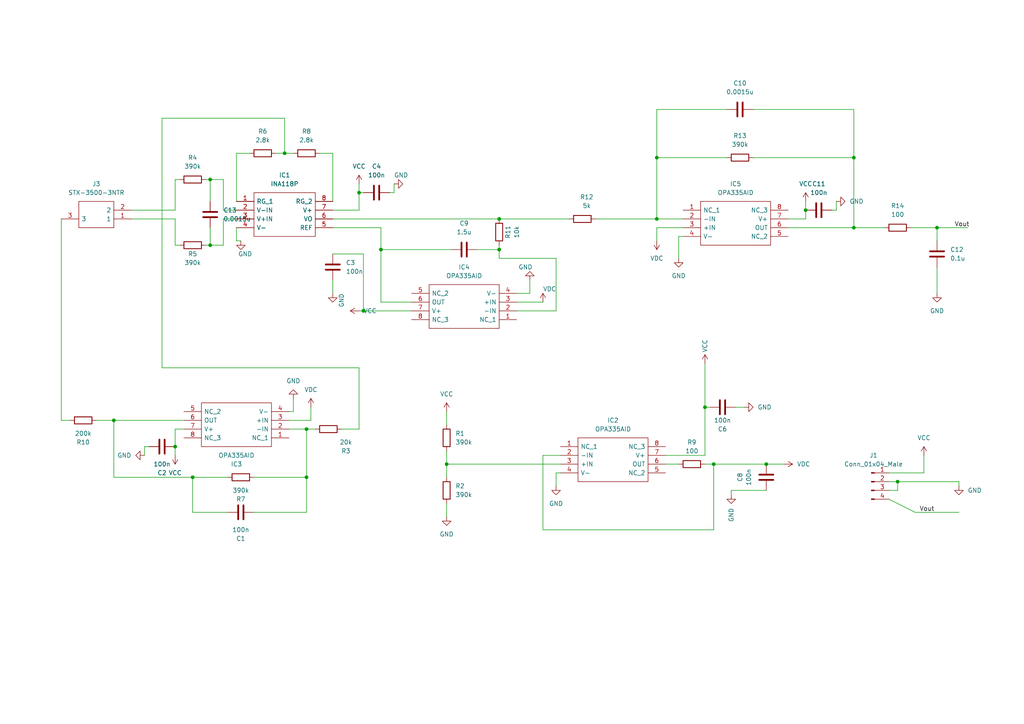
<source format=kicad_sch>
(kicad_sch (version 20211123) (generator eeschema)

  (uuid 8a470295-3c3a-42c6-99c6-4d249b08ab64)

  (paper "A4")

  (title_block
    (title "A EMG Amplification Citcuit")
    (date "2022-08-12")
    (rev "1.0")
    (company "UoE")
    (comment 1 "Author: Dongxu Guo")
  )

  (lib_symbols
    (symbol "Connector:Conn_01x04_Male" (pin_names (offset 1.016) hide) (in_bom yes) (on_board yes)
      (property "Reference" "J" (id 0) (at 0 5.08 0)
        (effects (font (size 1.27 1.27)))
      )
      (property "Value" "Conn_01x04_Male" (id 1) (at 0 -7.62 0)
        (effects (font (size 1.27 1.27)))
      )
      (property "Footprint" "" (id 2) (at 0 0 0)
        (effects (font (size 1.27 1.27)) hide)
      )
      (property "Datasheet" "~" (id 3) (at 0 0 0)
        (effects (font (size 1.27 1.27)) hide)
      )
      (property "ki_keywords" "connector" (id 4) (at 0 0 0)
        (effects (font (size 1.27 1.27)) hide)
      )
      (property "ki_description" "Generic connector, single row, 01x04, script generated (kicad-library-utils/schlib/autogen/connector/)" (id 5) (at 0 0 0)
        (effects (font (size 1.27 1.27)) hide)
      )
      (property "ki_fp_filters" "Connector*:*_1x??_*" (id 6) (at 0 0 0)
        (effects (font (size 1.27 1.27)) hide)
      )
      (symbol "Conn_01x04_Male_1_1"
        (polyline
          (pts
            (xy 1.27 -5.08)
            (xy 0.8636 -5.08)
          )
          (stroke (width 0.1524) (type default) (color 0 0 0 0))
          (fill (type none))
        )
        (polyline
          (pts
            (xy 1.27 -2.54)
            (xy 0.8636 -2.54)
          )
          (stroke (width 0.1524) (type default) (color 0 0 0 0))
          (fill (type none))
        )
        (polyline
          (pts
            (xy 1.27 0)
            (xy 0.8636 0)
          )
          (stroke (width 0.1524) (type default) (color 0 0 0 0))
          (fill (type none))
        )
        (polyline
          (pts
            (xy 1.27 2.54)
            (xy 0.8636 2.54)
          )
          (stroke (width 0.1524) (type default) (color 0 0 0 0))
          (fill (type none))
        )
        (rectangle (start 0.8636 -4.953) (end 0 -5.207)
          (stroke (width 0.1524) (type default) (color 0 0 0 0))
          (fill (type outline))
        )
        (rectangle (start 0.8636 -2.413) (end 0 -2.667)
          (stroke (width 0.1524) (type default) (color 0 0 0 0))
          (fill (type outline))
        )
        (rectangle (start 0.8636 0.127) (end 0 -0.127)
          (stroke (width 0.1524) (type default) (color 0 0 0 0))
          (fill (type outline))
        )
        (rectangle (start 0.8636 2.667) (end 0 2.413)
          (stroke (width 0.1524) (type default) (color 0 0 0 0))
          (fill (type outline))
        )
        (pin passive line (at 5.08 2.54 180) (length 3.81)
          (name "Pin_1" (effects (font (size 1.27 1.27))))
          (number "1" (effects (font (size 1.27 1.27))))
        )
        (pin passive line (at 5.08 0 180) (length 3.81)
          (name "Pin_2" (effects (font (size 1.27 1.27))))
          (number "2" (effects (font (size 1.27 1.27))))
        )
        (pin passive line (at 5.08 -2.54 180) (length 3.81)
          (name "Pin_3" (effects (font (size 1.27 1.27))))
          (number "3" (effects (font (size 1.27 1.27))))
        )
        (pin passive line (at 5.08 -5.08 180) (length 3.81)
          (name "Pin_4" (effects (font (size 1.27 1.27))))
          (number "4" (effects (font (size 1.27 1.27))))
        )
      )
    )
    (symbol "Device:C" (pin_numbers hide) (pin_names (offset 0.254)) (in_bom yes) (on_board yes)
      (property "Reference" "C" (id 0) (at 0.635 2.54 0)
        (effects (font (size 1.27 1.27)) (justify left))
      )
      (property "Value" "C" (id 1) (at 0.635 -2.54 0)
        (effects (font (size 1.27 1.27)) (justify left))
      )
      (property "Footprint" "" (id 2) (at 0.9652 -3.81 0)
        (effects (font (size 1.27 1.27)) hide)
      )
      (property "Datasheet" "~" (id 3) (at 0 0 0)
        (effects (font (size 1.27 1.27)) hide)
      )
      (property "ki_keywords" "cap capacitor" (id 4) (at 0 0 0)
        (effects (font (size 1.27 1.27)) hide)
      )
      (property "ki_description" "Unpolarized capacitor" (id 5) (at 0 0 0)
        (effects (font (size 1.27 1.27)) hide)
      )
      (property "ki_fp_filters" "C_*" (id 6) (at 0 0 0)
        (effects (font (size 1.27 1.27)) hide)
      )
      (symbol "C_0_1"
        (polyline
          (pts
            (xy -2.032 -0.762)
            (xy 2.032 -0.762)
          )
          (stroke (width 0.508) (type default) (color 0 0 0 0))
          (fill (type none))
        )
        (polyline
          (pts
            (xy -2.032 0.762)
            (xy 2.032 0.762)
          )
          (stroke (width 0.508) (type default) (color 0 0 0 0))
          (fill (type none))
        )
      )
      (symbol "C_1_1"
        (pin passive line (at 0 3.81 270) (length 2.794)
          (name "~" (effects (font (size 1.27 1.27))))
          (number "1" (effects (font (size 1.27 1.27))))
        )
        (pin passive line (at 0 -3.81 90) (length 2.794)
          (name "~" (effects (font (size 1.27 1.27))))
          (number "2" (effects (font (size 1.27 1.27))))
        )
      )
    )
    (symbol "Device:R" (pin_numbers hide) (pin_names (offset 0)) (in_bom yes) (on_board yes)
      (property "Reference" "R" (id 0) (at 2.032 0 90)
        (effects (font (size 1.27 1.27)))
      )
      (property "Value" "R" (id 1) (at 0 0 90)
        (effects (font (size 1.27 1.27)))
      )
      (property "Footprint" "" (id 2) (at -1.778 0 90)
        (effects (font (size 1.27 1.27)) hide)
      )
      (property "Datasheet" "~" (id 3) (at 0 0 0)
        (effects (font (size 1.27 1.27)) hide)
      )
      (property "ki_keywords" "R res resistor" (id 4) (at 0 0 0)
        (effects (font (size 1.27 1.27)) hide)
      )
      (property "ki_description" "Resistor" (id 5) (at 0 0 0)
        (effects (font (size 1.27 1.27)) hide)
      )
      (property "ki_fp_filters" "R_*" (id 6) (at 0 0 0)
        (effects (font (size 1.27 1.27)) hide)
      )
      (symbol "R_0_1"
        (rectangle (start -1.016 -2.54) (end 1.016 2.54)
          (stroke (width 0.254) (type default) (color 0 0 0 0))
          (fill (type none))
        )
      )
      (symbol "R_1_1"
        (pin passive line (at 0 3.81 270) (length 1.27)
          (name "~" (effects (font (size 1.27 1.27))))
          (number "1" (effects (font (size 1.27 1.27))))
        )
        (pin passive line (at 0 -3.81 90) (length 1.27)
          (name "~" (effects (font (size 1.27 1.27))))
          (number "2" (effects (font (size 1.27 1.27))))
        )
      )
    )
    (symbol "SamacSys_Parts:INA118P" (pin_names (offset 0.762)) (in_bom yes) (on_board yes)
      (property "Reference" "IC" (id 0) (at 24.13 7.62 0)
        (effects (font (size 1.27 1.27)) (justify left))
      )
      (property "Value" "INA118P" (id 1) (at 24.13 5.08 0)
        (effects (font (size 1.27 1.27)) (justify left))
      )
      (property "Footprint" "DIP794W53P254L959H508Q8N" (id 2) (at 24.13 2.54 0)
        (effects (font (size 1.27 1.27)) (justify left) hide)
      )
      (property "Datasheet" "http://www.ti.com/lit/ds/symlink/ina118.pdf" (id 3) (at 24.13 0 0)
        (effects (font (size 1.27 1.27)) (justify left) hide)
      )
      (property "Description" "INA118P, Instrumentation Amplifier, 73dB CMRR, 8-Pin PDIP" (id 4) (at 24.13 -2.54 0)
        (effects (font (size 1.27 1.27)) (justify left) hide)
      )
      (property "Height" "5.08" (id 5) (at 24.13 -5.08 0)
        (effects (font (size 1.27 1.27)) (justify left) hide)
      )
      (property "Mouser Part Number" "595-INA118P" (id 6) (at 24.13 -7.62 0)
        (effects (font (size 1.27 1.27)) (justify left) hide)
      )
      (property "Mouser Price/Stock" "https://www.mouser.co.uk/ProductDetail/Texas-Instruments/INA118P?qs=VBduBm9rCJTJMgcSbr%252BM%252BQ%3D%3D" (id 7) (at 24.13 -10.16 0)
        (effects (font (size 1.27 1.27)) (justify left) hide)
      )
      (property "Manufacturer_Name" "Texas Instruments" (id 8) (at 24.13 -12.7 0)
        (effects (font (size 1.27 1.27)) (justify left) hide)
      )
      (property "Manufacturer_Part_Number" "INA118P" (id 9) (at 24.13 -15.24 0)
        (effects (font (size 1.27 1.27)) (justify left) hide)
      )
      (property "ki_description" "INA118P, Instrumentation Amplifier, 73dB CMRR, 8-Pin PDIP" (id 10) (at 0 0 0)
        (effects (font (size 1.27 1.27)) hide)
      )
      (symbol "INA118P_0_0"
        (pin passive line (at 0 0 0) (length 5.08)
          (name "RG_1" (effects (font (size 1.27 1.27))))
          (number "1" (effects (font (size 1.27 1.27))))
        )
        (pin passive line (at 0 -2.54 0) (length 5.08)
          (name "V-IN" (effects (font (size 1.27 1.27))))
          (number "2" (effects (font (size 1.27 1.27))))
        )
        (pin passive line (at 0 -5.08 0) (length 5.08)
          (name "V+IN" (effects (font (size 1.27 1.27))))
          (number "3" (effects (font (size 1.27 1.27))))
        )
        (pin passive line (at 0 -7.62 0) (length 5.08)
          (name "V-" (effects (font (size 1.27 1.27))))
          (number "4" (effects (font (size 1.27 1.27))))
        )
        (pin passive line (at 27.94 -7.62 180) (length 5.08)
          (name "REF" (effects (font (size 1.27 1.27))))
          (number "5" (effects (font (size 1.27 1.27))))
        )
        (pin passive line (at 27.94 -5.08 180) (length 5.08)
          (name "VO" (effects (font (size 1.27 1.27))))
          (number "6" (effects (font (size 1.27 1.27))))
        )
        (pin passive line (at 27.94 -2.54 180) (length 5.08)
          (name "V+" (effects (font (size 1.27 1.27))))
          (number "7" (effects (font (size 1.27 1.27))))
        )
        (pin passive line (at 27.94 0 180) (length 5.08)
          (name "RG_2" (effects (font (size 1.27 1.27))))
          (number "8" (effects (font (size 1.27 1.27))))
        )
      )
      (symbol "INA118P_0_1"
        (polyline
          (pts
            (xy 5.08 2.54)
            (xy 22.86 2.54)
            (xy 22.86 -10.16)
            (xy 5.08 -10.16)
            (xy 5.08 2.54)
          )
          (stroke (width 0.1524) (type default) (color 0 0 0 0))
          (fill (type none))
        )
      )
    )
    (symbol "SamacSys_Parts:OPA335AID" (pin_names (offset 0.762)) (in_bom yes) (on_board yes)
      (property "Reference" "IC" (id 0) (at 26.67 7.62 0)
        (effects (font (size 1.27 1.27)) (justify left))
      )
      (property "Value" "OPA335AID" (id 1) (at 26.67 5.08 0)
        (effects (font (size 1.27 1.27)) (justify left))
      )
      (property "Footprint" "SOIC127P600X175-8N" (id 2) (at 26.67 2.54 0)
        (effects (font (size 1.27 1.27)) (justify left) hide)
      )
      (property "Datasheet" "http://www.ti.com/lit/ds/symlink/opa335.pdf" (id 3) (at 26.67 0 0)
        (effects (font (size 1.27 1.27)) (justify left) hide)
      )
      (property "Description" "Single 0.05uV/C max, single-supply CMOS operational amplifier" (id 4) (at 26.67 -2.54 0)
        (effects (font (size 1.27 1.27)) (justify left) hide)
      )
      (property "Height" "1.75" (id 5) (at 26.67 -5.08 0)
        (effects (font (size 1.27 1.27)) (justify left) hide)
      )
      (property "Mouser Part Number" "595-OPA335AID" (id 6) (at 26.67 -7.62 0)
        (effects (font (size 1.27 1.27)) (justify left) hide)
      )
      (property "Mouser Price/Stock" "https://www.mouser.co.uk/ProductDetail/Texas-Instruments/OPA335AID?qs=7nS3%252BbEUL6uzD4LUR7%2FMEQ%3D%3D" (id 7) (at 26.67 -10.16 0)
        (effects (font (size 1.27 1.27)) (justify left) hide)
      )
      (property "Manufacturer_Name" "Texas Instruments" (id 8) (at 26.67 -12.7 0)
        (effects (font (size 1.27 1.27)) (justify left) hide)
      )
      (property "Manufacturer_Part_Number" "OPA335AID" (id 9) (at 26.67 -15.24 0)
        (effects (font (size 1.27 1.27)) (justify left) hide)
      )
      (property "ki_description" "Single 0.05uV/C max, single-supply CMOS operational amplifier" (id 10) (at 0 0 0)
        (effects (font (size 1.27 1.27)) hide)
      )
      (symbol "OPA335AID_0_0"
        (pin passive line (at 0 0 0) (length 5.08)
          (name "NC_1" (effects (font (size 1.27 1.27))))
          (number "1" (effects (font (size 1.27 1.27))))
        )
        (pin passive line (at 0 -2.54 0) (length 5.08)
          (name "-IN" (effects (font (size 1.27 1.27))))
          (number "2" (effects (font (size 1.27 1.27))))
        )
        (pin passive line (at 0 -5.08 0) (length 5.08)
          (name "+IN" (effects (font (size 1.27 1.27))))
          (number "3" (effects (font (size 1.27 1.27))))
        )
        (pin passive line (at 0 -7.62 0) (length 5.08)
          (name "V-" (effects (font (size 1.27 1.27))))
          (number "4" (effects (font (size 1.27 1.27))))
        )
        (pin passive line (at 30.48 -7.62 180) (length 5.08)
          (name "NC_2" (effects (font (size 1.27 1.27))))
          (number "5" (effects (font (size 1.27 1.27))))
        )
        (pin passive line (at 30.48 -5.08 180) (length 5.08)
          (name "OUT" (effects (font (size 1.27 1.27))))
          (number "6" (effects (font (size 1.27 1.27))))
        )
        (pin passive line (at 30.48 -2.54 180) (length 5.08)
          (name "V+" (effects (font (size 1.27 1.27))))
          (number "7" (effects (font (size 1.27 1.27))))
        )
        (pin passive line (at 30.48 0 180) (length 5.08)
          (name "NC_3" (effects (font (size 1.27 1.27))))
          (number "8" (effects (font (size 1.27 1.27))))
        )
      )
      (symbol "OPA335AID_0_1"
        (polyline
          (pts
            (xy 5.08 2.54)
            (xy 25.4 2.54)
            (xy 25.4 -10.16)
            (xy 5.08 -10.16)
            (xy 5.08 2.54)
          )
          (stroke (width 0.1524) (type default) (color 0 0 0 0))
          (fill (type none))
        )
      )
    )
    (symbol "SamacSys_Parts:STX-3500-3NTR" (pin_names (offset 0.762)) (in_bom yes) (on_board yes)
      (property "Reference" "J" (id 0) (at 16.51 7.62 0)
        (effects (font (size 1.27 1.27)) (justify left))
      )
      (property "Value" "STX-3500-3NTR" (id 1) (at 16.51 5.08 0)
        (effects (font (size 1.27 1.27)) (justify left))
      )
      (property "Footprint" "STX35003NTR" (id 2) (at 16.51 2.54 0)
        (effects (font (size 1.27 1.27)) (justify left) hide)
      )
      (property "Datasheet" "http://www.kycon.com/Pub_Eng_Draw/STX-3500-3N.pdf" (id 3) (at 16.51 0 0)
        (effects (font (size 1.27 1.27)) (justify left) hide)
      )
      (property "Description" "Phone Connectors 3.5mm SMT STEREO BLK 3P ALL PLASTIC T/R" (id 4) (at 16.51 -2.54 0)
        (effects (font (size 1.27 1.27)) (justify left) hide)
      )
      (property "Height" "5.15" (id 5) (at 16.51 -5.08 0)
        (effects (font (size 1.27 1.27)) (justify left) hide)
      )
      (property "Mouser Part Number" "806-STX-3500-3NTR" (id 6) (at 16.51 -7.62 0)
        (effects (font (size 1.27 1.27)) (justify left) hide)
      )
      (property "Mouser Price/Stock" "https://www.mouser.co.uk/ProductDetail/Kycon/STX-3500-3NTR?qs=xBCDPT02SF0kn6m%2FFKSPOw%3D%3D" (id 7) (at 16.51 -10.16 0)
        (effects (font (size 1.27 1.27)) (justify left) hide)
      )
      (property "Manufacturer_Name" "Kycon" (id 8) (at 16.51 -12.7 0)
        (effects (font (size 1.27 1.27)) (justify left) hide)
      )
      (property "Manufacturer_Part_Number" "STX-3500-3NTR" (id 9) (at 16.51 -15.24 0)
        (effects (font (size 1.27 1.27)) (justify left) hide)
      )
      (property "ki_description" "Phone Connectors 3.5mm SMT STEREO BLK 3P ALL PLASTIC T/R" (id 10) (at 0 0 0)
        (effects (font (size 1.27 1.27)) hide)
      )
      (symbol "STX-3500-3NTR_0_0"
        (pin passive line (at 0 0 0) (length 5.08)
          (name "1" (effects (font (size 1.27 1.27))))
          (number "1" (effects (font (size 1.27 1.27))))
        )
        (pin passive line (at 0 -2.54 0) (length 5.08)
          (name "2" (effects (font (size 1.27 1.27))))
          (number "2" (effects (font (size 1.27 1.27))))
        )
        (pin passive line (at 20.32 0 180) (length 5.08)
          (name "3" (effects (font (size 1.27 1.27))))
          (number "3" (effects (font (size 1.27 1.27))))
        )
      )
      (symbol "STX-3500-3NTR_0_1"
        (polyline
          (pts
            (xy 5.08 2.54)
            (xy 15.24 2.54)
            (xy 15.24 -5.08)
            (xy 5.08 -5.08)
            (xy 5.08 2.54)
          )
          (stroke (width 0.1524) (type default) (color 0 0 0 0))
          (fill (type none))
        )
      )
    )
    (symbol "power:GND" (power) (pin_names (offset 0)) (in_bom yes) (on_board yes)
      (property "Reference" "#PWR" (id 0) (at 0 -6.35 0)
        (effects (font (size 1.27 1.27)) hide)
      )
      (property "Value" "GND" (id 1) (at 0 -3.81 0)
        (effects (font (size 1.27 1.27)))
      )
      (property "Footprint" "" (id 2) (at 0 0 0)
        (effects (font (size 1.27 1.27)) hide)
      )
      (property "Datasheet" "" (id 3) (at 0 0 0)
        (effects (font (size 1.27 1.27)) hide)
      )
      (property "ki_keywords" "power-flag" (id 4) (at 0 0 0)
        (effects (font (size 1.27 1.27)) hide)
      )
      (property "ki_description" "Power symbol creates a global label with name \"GND\" , ground" (id 5) (at 0 0 0)
        (effects (font (size 1.27 1.27)) hide)
      )
      (symbol "GND_0_1"
        (polyline
          (pts
            (xy 0 0)
            (xy 0 -1.27)
            (xy 1.27 -1.27)
            (xy 0 -2.54)
            (xy -1.27 -1.27)
            (xy 0 -1.27)
          )
          (stroke (width 0) (type default) (color 0 0 0 0))
          (fill (type none))
        )
      )
      (symbol "GND_1_1"
        (pin power_in line (at 0 0 270) (length 0) hide
          (name "GND" (effects (font (size 1.27 1.27))))
          (number "1" (effects (font (size 1.27 1.27))))
        )
      )
    )
    (symbol "power:VCC" (power) (pin_names (offset 0)) (in_bom yes) (on_board yes)
      (property "Reference" "#PWR" (id 0) (at 0 -3.81 0)
        (effects (font (size 1.27 1.27)) hide)
      )
      (property "Value" "VCC" (id 1) (at 0 3.81 0)
        (effects (font (size 1.27 1.27)))
      )
      (property "Footprint" "" (id 2) (at 0 0 0)
        (effects (font (size 1.27 1.27)) hide)
      )
      (property "Datasheet" "" (id 3) (at 0 0 0)
        (effects (font (size 1.27 1.27)) hide)
      )
      (property "ki_keywords" "power-flag" (id 4) (at 0 0 0)
        (effects (font (size 1.27 1.27)) hide)
      )
      (property "ki_description" "Power symbol creates a global label with name \"VCC\"" (id 5) (at 0 0 0)
        (effects (font (size 1.27 1.27)) hide)
      )
      (symbol "VCC_0_1"
        (polyline
          (pts
            (xy -0.762 1.27)
            (xy 0 2.54)
          )
          (stroke (width 0) (type default) (color 0 0 0 0))
          (fill (type none))
        )
        (polyline
          (pts
            (xy 0 0)
            (xy 0 2.54)
          )
          (stroke (width 0) (type default) (color 0 0 0 0))
          (fill (type none))
        )
        (polyline
          (pts
            (xy 0 2.54)
            (xy 0.762 1.27)
          )
          (stroke (width 0) (type default) (color 0 0 0 0))
          (fill (type none))
        )
      )
      (symbol "VCC_1_1"
        (pin power_in line (at 0 0 90) (length 0) hide
          (name "VCC" (effects (font (size 1.27 1.27))))
          (number "1" (effects (font (size 1.27 1.27))))
        )
      )
    )
    (symbol "power:VDC" (power) (pin_names (offset 0)) (in_bom yes) (on_board yes)
      (property "Reference" "#PWR" (id 0) (at 0 -2.54 0)
        (effects (font (size 1.27 1.27)) hide)
      )
      (property "Value" "VDC" (id 1) (at 0 6.35 0)
        (effects (font (size 1.27 1.27)))
      )
      (property "Footprint" "" (id 2) (at 0 0 0)
        (effects (font (size 1.27 1.27)) hide)
      )
      (property "Datasheet" "" (id 3) (at 0 0 0)
        (effects (font (size 1.27 1.27)) hide)
      )
      (property "ki_keywords" "power-flag" (id 4) (at 0 0 0)
        (effects (font (size 1.27 1.27)) hide)
      )
      (property "ki_description" "Power symbol creates a global label with name \"VDC\"" (id 5) (at 0 0 0)
        (effects (font (size 1.27 1.27)) hide)
      )
      (symbol "VDC_0_1"
        (polyline
          (pts
            (xy -0.762 1.27)
            (xy 0 2.54)
          )
          (stroke (width 0) (type default) (color 0 0 0 0))
          (fill (type none))
        )
        (polyline
          (pts
            (xy 0 0)
            (xy 0 2.54)
          )
          (stroke (width 0) (type default) (color 0 0 0 0))
          (fill (type none))
        )
        (polyline
          (pts
            (xy 0 2.54)
            (xy 0.762 1.27)
          )
          (stroke (width 0) (type default) (color 0 0 0 0))
          (fill (type none))
        )
      )
      (symbol "VDC_1_1"
        (pin power_in line (at 0 0 90) (length 0) hide
          (name "VDC" (effects (font (size 1.27 1.27))))
          (number "1" (effects (font (size 1.27 1.27))))
        )
      )
    )
  )

  (junction (at 60.96 71.12) (diameter 0) (color 0 0 0 0)
    (uuid 2d99ae2e-61de-4c99-9f87-fea8d4ca46f9)
  )
  (junction (at 190.5 45.72) (diameter 0) (color 0 0 0 0)
    (uuid 3b99998f-579d-44d5-a75d-20f8d311aeba)
  )
  (junction (at 247.65 66.04) (diameter 0) (color 0 0 0 0)
    (uuid 4682c6da-09ac-47bf-b3fe-4ea697cbb830)
  )
  (junction (at 222.25 134.62) (diameter 0) (color 0 0 0 0)
    (uuid 4efbdcc9-e841-4713-b4c5-dd22c7f2b9cf)
  )
  (junction (at 82.55 44.45) (diameter 0) (color 0 0 0 0)
    (uuid 530d9fd9-6d9e-4167-8e7c-178330ab14cb)
  )
  (junction (at 60.96 52.07) (diameter 0) (color 0 0 0 0)
    (uuid 5ad4c3d7-4e34-419a-b134-a8e43e5ce145)
  )
  (junction (at 144.78 72.39) (diameter 0) (color 0 0 0 0)
    (uuid 609a41fd-85f4-4cae-a0a2-b9bdbedf0bd2)
  )
  (junction (at 105.41 90.17) (diameter 0) (color 0 0 0 0)
    (uuid 63f05aa9-2270-48ea-b57e-095731e27503)
  )
  (junction (at 204.47 118.11) (diameter 0) (color 0 0 0 0)
    (uuid 78812219-4dd0-4317-864b-5ab87f44a0eb)
  )
  (junction (at 247.65 45.72) (diameter 0) (color 0 0 0 0)
    (uuid 7c8cf631-e17c-48f3-aaab-e9b6141e6166)
  )
  (junction (at 129.54 134.62) (diameter 0) (color 0 0 0 0)
    (uuid 7db1221b-6a86-4962-800d-59d625e7dcc2)
  )
  (junction (at 144.78 63.5) (diameter 0) (color 0 0 0 0)
    (uuid 7ebdf210-12a1-4ab1-bb23-ccdd8a81d05d)
  )
  (junction (at 104.14 55.88) (diameter 0) (color 0 0 0 0)
    (uuid 8a7b99c0-4b80-4eb1-af2c-dfbe5486492b)
  )
  (junction (at 88.9 138.43) (diameter 0) (color 0 0 0 0)
    (uuid 8b4a7fe0-1d66-4d28-8291-4240a05f3815)
  )
  (junction (at 233.68 60.96) (diameter 0) (color 0 0 0 0)
    (uuid 8e2f9e95-22bd-45d6-92b3-de9a87db4c5f)
  )
  (junction (at 260.35 139.7) (diameter 0) (color 0 0 0 0)
    (uuid a63e82e7-5a7f-43ac-b263-fb9d24b60575)
  )
  (junction (at 207.01 134.62) (diameter 0) (color 0 0 0 0)
    (uuid af7e770d-8d3f-436f-b32d-9b98ab313e8d)
  )
  (junction (at 55.88 138.43) (diameter 0) (color 0 0 0 0)
    (uuid b3c4ab82-831d-46d8-90a8-0e8dd98cf20c)
  )
  (junction (at 110.49 72.39) (diameter 0) (color 0 0 0 0)
    (uuid b3e115ba-5e00-49ca-85a8-61e2c36f6e92)
  )
  (junction (at 88.9 124.46) (diameter 0) (color 0 0 0 0)
    (uuid b66f2e47-1e23-4c53-993c-55935e33ea8b)
  )
  (junction (at 190.5 63.5) (diameter 0) (color 0 0 0 0)
    (uuid d884bb55-4375-4713-ae21-59896f71d7cc)
  )
  (junction (at 271.78 66.04) (diameter 0) (color 0 0 0 0)
    (uuid e3e9990c-31ba-4919-ac9a-e0e84e4f1ff0)
  )
  (junction (at 50.8 129.54) (diameter 0) (color 0 0 0 0)
    (uuid f87cfab6-4dc8-4d5b-94ea-c355459f6da4)
  )
  (junction (at 33.02 121.92) (diameter 0) (color 0 0 0 0)
    (uuid facd8687-3871-4a61-ba62-0203b3d4f9bb)
  )

  (wire (pts (xy 83.82 124.46) (xy 88.9 124.46))
    (stroke (width 0) (type default) (color 0 0 0 0))
    (uuid 00e6e661-3c45-480b-ad6a-18b26646ad43)
  )
  (wire (pts (xy 257.81 137.16) (xy 267.97 137.16))
    (stroke (width 0) (type default) (color 0 0 0 0))
    (uuid 08a85e21-403c-4c68-9217-67f2b9994e91)
  )
  (wire (pts (xy 68.58 60.96) (xy 64.77 60.96))
    (stroke (width 0) (type default) (color 0 0 0 0))
    (uuid 09fa4f4a-cb0d-4ddf-8cea-ba74ab6d31ec)
  )
  (wire (pts (xy 144.78 71.12) (xy 144.78 72.39))
    (stroke (width 0) (type default) (color 0 0 0 0))
    (uuid 0aa2cc91-ef1f-4c73-a008-6615663f189a)
  )
  (wire (pts (xy 204.47 132.08) (xy 193.04 132.08))
    (stroke (width 0) (type default) (color 0 0 0 0))
    (uuid 0bd12e3f-9d0c-42cc-ab14-95ee5a433341)
  )
  (wire (pts (xy 68.58 44.45) (xy 72.39 44.45))
    (stroke (width 0) (type default) (color 0 0 0 0))
    (uuid 0bea2246-0303-44b3-9c74-0cc388a73c5e)
  )
  (wire (pts (xy 190.5 45.72) (xy 190.5 63.5))
    (stroke (width 0) (type default) (color 0 0 0 0))
    (uuid 0cd0e43f-b605-4fd8-961a-1e23b4c81bb3)
  )
  (wire (pts (xy 96.52 44.45) (xy 96.52 58.42))
    (stroke (width 0) (type default) (color 0 0 0 0))
    (uuid 0cd54859-404d-4829-92cc-b804b03519dc)
  )
  (wire (pts (xy 233.68 58.42) (xy 233.68 60.96))
    (stroke (width 0) (type default) (color 0 0 0 0))
    (uuid 0eb1da42-4dd5-40f5-9f11-37d1b9ba61b8)
  )
  (wire (pts (xy 157.48 132.08) (xy 157.48 153.67))
    (stroke (width 0) (type default) (color 0 0 0 0))
    (uuid 103ca228-3cf3-4719-bda0-86fb0b9a90f7)
  )
  (wire (pts (xy 33.02 138.43) (xy 33.02 121.92))
    (stroke (width 0) (type default) (color 0 0 0 0))
    (uuid 107f93c0-eb60-4d3a-92e3-430c1dee1ee9)
  )
  (wire (pts (xy 129.54 146.05) (xy 129.54 149.86))
    (stroke (width 0) (type default) (color 0 0 0 0))
    (uuid 10af0b68-b1a9-4a76-a727-b566d207426b)
  )
  (wire (pts (xy 73.66 138.43) (xy 88.9 138.43))
    (stroke (width 0) (type default) (color 0 0 0 0))
    (uuid 118599e4-a043-4e02-81f7-49942414d5d2)
  )
  (wire (pts (xy 41.91 129.54) (xy 43.18 129.54))
    (stroke (width 0) (type default) (color 0 0 0 0))
    (uuid 13f2b5b7-b482-4fa4-bcab-4fca594e3588)
  )
  (wire (pts (xy 210.82 45.72) (xy 190.5 45.72))
    (stroke (width 0) (type default) (color 0 0 0 0))
    (uuid 146c3de0-e853-45e7-9eee-886c0c9d58e6)
  )
  (wire (pts (xy 90.17 121.92) (xy 90.17 118.11))
    (stroke (width 0) (type default) (color 0 0 0 0))
    (uuid 1941e400-b3c0-4d7f-873d-edda79c02d80)
  )
  (wire (pts (xy 242.57 58.42) (xy 242.57 60.96))
    (stroke (width 0) (type default) (color 0 0 0 0))
    (uuid 1a7ae390-36a3-40a3-99b6-f54eaf16c208)
  )
  (wire (pts (xy 260.35 142.24) (xy 260.35 139.7))
    (stroke (width 0) (type default) (color 0 0 0 0))
    (uuid 1ac056ab-d240-4387-a1e5-1849e54818fc)
  )
  (wire (pts (xy 162.56 132.08) (xy 157.48 132.08))
    (stroke (width 0) (type default) (color 0 0 0 0))
    (uuid 1e1ad31b-c1d0-41b6-b02d-c1135328f477)
  )
  (wire (pts (xy 144.78 63.5) (xy 165.1 63.5))
    (stroke (width 0) (type default) (color 0 0 0 0))
    (uuid 22b0c87c-d7a1-4975-9399-ae08f83d173e)
  )
  (wire (pts (xy 96.52 66.04) (xy 110.49 66.04))
    (stroke (width 0) (type default) (color 0 0 0 0))
    (uuid 25c43875-eba7-4fbe-a45d-00cbfd958b2c)
  )
  (wire (pts (xy 110.49 87.63) (xy 119.38 87.63))
    (stroke (width 0) (type default) (color 0 0 0 0))
    (uuid 25f965e0-d260-4d80-b335-4d7a1e865199)
  )
  (wire (pts (xy 212.09 143.51) (xy 212.09 142.24))
    (stroke (width 0) (type default) (color 0 0 0 0))
    (uuid 2981d67c-1cd4-4bd4-a6ff-96eade7a483e)
  )
  (wire (pts (xy 233.68 63.5) (xy 228.6 63.5))
    (stroke (width 0) (type default) (color 0 0 0 0))
    (uuid 2b35b514-bc26-437b-87ee-7a3ed33c9f57)
  )
  (wire (pts (xy 161.29 90.17) (xy 149.86 90.17))
    (stroke (width 0) (type default) (color 0 0 0 0))
    (uuid 2e8bf4ec-64f7-4dc4-8795-04134adbbd80)
  )
  (wire (pts (xy 50.8 60.96) (xy 50.8 52.07))
    (stroke (width 0) (type default) (color 0 0 0 0))
    (uuid 33dd7b72-a875-455b-a798-fff631a23370)
  )
  (wire (pts (xy 60.96 66.04) (xy 60.96 71.12))
    (stroke (width 0) (type default) (color 0 0 0 0))
    (uuid 364eb3be-e154-42a6-95ed-2b1372df2c59)
  )
  (wire (pts (xy 149.86 87.63) (xy 157.48 87.63))
    (stroke (width 0) (type default) (color 0 0 0 0))
    (uuid 390a9c75-08c2-4b1e-89ba-5ca1f6731d24)
  )
  (wire (pts (xy 278.13 139.7) (xy 278.13 140.97))
    (stroke (width 0) (type default) (color 0 0 0 0))
    (uuid 3c1c4a6d-252c-461f-affa-ba73bee8185c)
  )
  (wire (pts (xy 271.78 66.04) (xy 271.78 69.85))
    (stroke (width 0) (type default) (color 0 0 0 0))
    (uuid 3d1fb5b5-ac61-4117-85c6-9f12f9261111)
  )
  (wire (pts (xy 110.49 66.04) (xy 110.49 72.39))
    (stroke (width 0) (type default) (color 0 0 0 0))
    (uuid 44e61cbd-1628-46e0-ac8e-646d5e84115c)
  )
  (wire (pts (xy 68.58 63.5) (xy 64.77 63.5))
    (stroke (width 0) (type default) (color 0 0 0 0))
    (uuid 473835e7-ea3c-4c64-a11c-41a106d66e72)
  )
  (wire (pts (xy 264.16 66.04) (xy 271.78 66.04))
    (stroke (width 0) (type default) (color 0 0 0 0))
    (uuid 47de2be7-95c6-445c-a51f-86bf0571b8a4)
  )
  (wire (pts (xy 233.68 60.96) (xy 233.68 63.5))
    (stroke (width 0) (type default) (color 0 0 0 0))
    (uuid 49c93096-ef3b-4d2f-958e-595137c4f28c)
  )
  (wire (pts (xy 96.52 81.28) (xy 96.52 85.09))
    (stroke (width 0) (type default) (color 0 0 0 0))
    (uuid 4a08e481-dc4f-4ca7-84b4-162e04c81ffa)
  )
  (wire (pts (xy 271.78 66.04) (xy 280.67 66.04))
    (stroke (width 0) (type default) (color 0 0 0 0))
    (uuid 4eebd2d9-18df-4596-9403-d9ae98ac8b3d)
  )
  (wire (pts (xy 144.78 74.93) (xy 161.29 74.93))
    (stroke (width 0) (type default) (color 0 0 0 0))
    (uuid 4fb1080f-2e53-421c-a6f6-44f6037cf257)
  )
  (wire (pts (xy 204.47 118.11) (xy 204.47 132.08))
    (stroke (width 0) (type default) (color 0 0 0 0))
    (uuid 52da5b2c-c2ae-44bf-a751-32555ef1e182)
  )
  (wire (pts (xy 83.82 121.92) (xy 90.17 121.92))
    (stroke (width 0) (type default) (color 0 0 0 0))
    (uuid 54099fac-c982-4869-9a7f-9fb6f675cfe8)
  )
  (wire (pts (xy 38.1 60.96) (xy 50.8 60.96))
    (stroke (width 0) (type default) (color 0 0 0 0))
    (uuid 58cd44a2-8b08-4ecb-a75b-205bd23af4e0)
  )
  (wire (pts (xy 172.72 63.5) (xy 190.5 63.5))
    (stroke (width 0) (type default) (color 0 0 0 0))
    (uuid 5994e2cc-a9bc-489a-b84c-e02b9346a8d2)
  )
  (wire (pts (xy 46.99 34.29) (xy 46.99 106.68))
    (stroke (width 0) (type default) (color 0 0 0 0))
    (uuid 59ff89fd-2015-41f6-a456-863f7ad297ea)
  )
  (wire (pts (xy 242.57 60.96) (xy 241.3 60.96))
    (stroke (width 0) (type default) (color 0 0 0 0))
    (uuid 5af07451-92d6-4d9e-b8b3-beabe8f1d831)
  )
  (wire (pts (xy 130.81 72.39) (xy 110.49 72.39))
    (stroke (width 0) (type default) (color 0 0 0 0))
    (uuid 5ca1704a-1bb0-4c24-a341-45ade8261154)
  )
  (wire (pts (xy 41.91 132.08) (xy 41.91 129.54))
    (stroke (width 0) (type default) (color 0 0 0 0))
    (uuid 5ca7caf4-09a6-49c3-a22d-786332fd96e4)
  )
  (wire (pts (xy 83.82 119.38) (xy 85.09 119.38))
    (stroke (width 0) (type default) (color 0 0 0 0))
    (uuid 62071b2b-be2a-40bb-8f78-ce1713eb7780)
  )
  (wire (pts (xy 207.01 134.62) (xy 222.25 134.62))
    (stroke (width 0) (type default) (color 0 0 0 0))
    (uuid 631b9c2b-4b8c-45c0-b891-eca577304c1c)
  )
  (wire (pts (xy 162.56 137.16) (xy 161.29 137.16))
    (stroke (width 0) (type default) (color 0 0 0 0))
    (uuid 6366e778-4110-42be-8227-f3006ca27003)
  )
  (wire (pts (xy 17.78 121.92) (xy 20.32 121.92))
    (stroke (width 0) (type default) (color 0 0 0 0))
    (uuid 6421792a-1e51-4647-b28e-b51136983437)
  )
  (wire (pts (xy 68.58 66.04) (xy 68.58 69.85))
    (stroke (width 0) (type default) (color 0 0 0 0))
    (uuid 678aac83-9c2c-483b-9df9-3e6987d3073c)
  )
  (wire (pts (xy 68.58 69.85) (xy 69.85 69.85))
    (stroke (width 0) (type default) (color 0 0 0 0))
    (uuid 684b259b-6808-4b87-8bed-3ba6b67285d6)
  )
  (wire (pts (xy 265.43 148.59) (xy 278.13 148.59))
    (stroke (width 0) (type default) (color 0 0 0 0))
    (uuid 6894089f-bc95-4352-b1cf-074fa9aee1db)
  )
  (wire (pts (xy 55.88 138.43) (xy 33.02 138.43))
    (stroke (width 0) (type default) (color 0 0 0 0))
    (uuid 6a51b128-5103-4035-b101-c9597a91bcde)
  )
  (wire (pts (xy 104.14 55.88) (xy 105.41 55.88))
    (stroke (width 0) (type default) (color 0 0 0 0))
    (uuid 6bf238bc-ed72-4244-a599-f0f4db99e85a)
  )
  (wire (pts (xy 50.8 52.07) (xy 52.07 52.07))
    (stroke (width 0) (type default) (color 0 0 0 0))
    (uuid 6c54ceb4-7a38-4556-9bb6-b6be2c6dc8c5)
  )
  (wire (pts (xy 218.44 45.72) (xy 247.65 45.72))
    (stroke (width 0) (type default) (color 0 0 0 0))
    (uuid 6f89bf24-a3a9-4c52-a179-9ef52daac21f)
  )
  (wire (pts (xy 129.54 130.81) (xy 129.54 134.62))
    (stroke (width 0) (type default) (color 0 0 0 0))
    (uuid 6fa056dd-c470-407d-8be5-1476ba35c867)
  )
  (wire (pts (xy 66.04 148.59) (xy 55.88 148.59))
    (stroke (width 0) (type default) (color 0 0 0 0))
    (uuid 71a165e3-99ff-4cc4-9cd8-c11feab202df)
  )
  (wire (pts (xy 198.12 68.58) (xy 196.85 68.58))
    (stroke (width 0) (type default) (color 0 0 0 0))
    (uuid 72ab4d70-27dd-4457-8bbc-57235a1d9502)
  )
  (wire (pts (xy 96.52 73.66) (xy 105.41 73.66))
    (stroke (width 0) (type default) (color 0 0 0 0))
    (uuid 7358b8a1-0ac9-4dc3-920b-6159eb6355db)
  )
  (wire (pts (xy 265.43 148.59) (xy 257.81 144.78))
    (stroke (width 0) (type default) (color 0 0 0 0))
    (uuid 760c79f1-885a-4b9b-ad88-e6d7ce915cc3)
  )
  (wire (pts (xy 68.58 58.42) (xy 68.58 44.45))
    (stroke (width 0) (type default) (color 0 0 0 0))
    (uuid 783e65de-1112-42c7-a43e-6265e3a653fe)
  )
  (wire (pts (xy 104.14 60.96) (xy 104.14 55.88))
    (stroke (width 0) (type default) (color 0 0 0 0))
    (uuid 794bb49d-aba4-4e5b-bd5b-e80eb5d4ff99)
  )
  (wire (pts (xy 82.55 34.29) (xy 46.99 34.29))
    (stroke (width 0) (type default) (color 0 0 0 0))
    (uuid 7aed3afc-7650-4f1d-8288-93a327052e52)
  )
  (wire (pts (xy 60.96 52.07) (xy 60.96 58.42))
    (stroke (width 0) (type default) (color 0 0 0 0))
    (uuid 7f50f288-0f55-45e1-837e-8820e96ad307)
  )
  (wire (pts (xy 227.33 134.62) (xy 222.25 134.62))
    (stroke (width 0) (type default) (color 0 0 0 0))
    (uuid 83239ee0-f647-4bfc-804a-41817f919c94)
  )
  (wire (pts (xy 64.77 63.5) (xy 64.77 71.12))
    (stroke (width 0) (type default) (color 0 0 0 0))
    (uuid 83343584-199d-4625-94b4-33b731c60c93)
  )
  (wire (pts (xy 55.88 148.59) (xy 55.88 138.43))
    (stroke (width 0) (type default) (color 0 0 0 0))
    (uuid 837b7038-85b6-4a3e-b92c-d59c9f3ccaf4)
  )
  (wire (pts (xy 149.86 85.09) (xy 153.67 85.09))
    (stroke (width 0) (type default) (color 0 0 0 0))
    (uuid 843a3ae6-b218-4647-a769-e58f505e14f9)
  )
  (wire (pts (xy 66.04 138.43) (xy 55.88 138.43))
    (stroke (width 0) (type default) (color 0 0 0 0))
    (uuid 86b53c05-c174-4b8e-a67c-e0998216c6e3)
  )
  (wire (pts (xy 50.8 63.5) (xy 50.8 71.12))
    (stroke (width 0) (type default) (color 0 0 0 0))
    (uuid 8a5dec12-5e1a-43d1-9d75-5dc6f9581426)
  )
  (wire (pts (xy 105.41 90.17) (xy 119.38 90.17))
    (stroke (width 0) (type default) (color 0 0 0 0))
    (uuid 8af1fe32-37e7-46eb-842f-6748ce330e8c)
  )
  (wire (pts (xy 161.29 74.93) (xy 161.29 90.17))
    (stroke (width 0) (type default) (color 0 0 0 0))
    (uuid 8cfc4bfa-1e6f-437e-a00f-15dc8489b036)
  )
  (wire (pts (xy 267.97 137.16) (xy 267.97 132.08))
    (stroke (width 0) (type default) (color 0 0 0 0))
    (uuid 8f970bce-e2e8-478b-afef-301b6f165508)
  )
  (wire (pts (xy 104.14 90.17) (xy 105.41 90.17))
    (stroke (width 0) (type default) (color 0 0 0 0))
    (uuid 901bfc0a-4225-428e-afe2-a516bb21fe48)
  )
  (wire (pts (xy 88.9 148.59) (xy 88.9 138.43))
    (stroke (width 0) (type default) (color 0 0 0 0))
    (uuid 90753e78-cf81-40a3-99ce-88c196278362)
  )
  (wire (pts (xy 60.96 71.12) (xy 64.77 71.12))
    (stroke (width 0) (type default) (color 0 0 0 0))
    (uuid 94bb1798-b2f2-43b1-a406-22f68cb580e6)
  )
  (wire (pts (xy 157.48 153.67) (xy 207.01 153.67))
    (stroke (width 0) (type default) (color 0 0 0 0))
    (uuid 96b99db6-381e-4f15-8f79-eba510d6a699)
  )
  (wire (pts (xy 114.3 53.34) (xy 114.3 55.88))
    (stroke (width 0) (type default) (color 0 0 0 0))
    (uuid 985e402e-a615-4d1b-a387-36f1d2964102)
  )
  (wire (pts (xy 162.56 134.62) (xy 129.54 134.62))
    (stroke (width 0) (type default) (color 0 0 0 0))
    (uuid 98e4885b-649a-475a-90fa-efcc3a12429b)
  )
  (wire (pts (xy 271.78 77.47) (xy 271.78 85.09))
    (stroke (width 0) (type default) (color 0 0 0 0))
    (uuid 9ac0b800-f048-4f19-9bba-198b56c8e5e5)
  )
  (wire (pts (xy 50.8 129.54) (xy 50.8 124.46))
    (stroke (width 0) (type default) (color 0 0 0 0))
    (uuid 9f7f9c10-7cdb-441e-9a72-ca601ad39236)
  )
  (wire (pts (xy 260.35 139.7) (xy 278.13 139.7))
    (stroke (width 0) (type default) (color 0 0 0 0))
    (uuid a1159b4f-9e88-4c31-a74d-3f776ae376f9)
  )
  (wire (pts (xy 53.34 121.92) (xy 33.02 121.92))
    (stroke (width 0) (type default) (color 0 0 0 0))
    (uuid a13eb65d-c14e-4d62-993c-86da37234034)
  )
  (wire (pts (xy 247.65 66.04) (xy 256.54 66.04))
    (stroke (width 0) (type default) (color 0 0 0 0))
    (uuid a140a83c-7b9f-4348-9252-b4dd0abb7313)
  )
  (wire (pts (xy 212.09 142.24) (xy 222.25 142.24))
    (stroke (width 0) (type default) (color 0 0 0 0))
    (uuid a36f504f-8b26-49bf-86f1-0c5fb8f0a5e4)
  )
  (wire (pts (xy 85.09 119.38) (xy 85.09 115.57))
    (stroke (width 0) (type default) (color 0 0 0 0))
    (uuid a4170b0c-956a-4be2-b4e9-d74b472770c2)
  )
  (wire (pts (xy 196.85 68.58) (xy 196.85 74.93))
    (stroke (width 0) (type default) (color 0 0 0 0))
    (uuid a6ad38e7-3cbe-4797-8853-6c0f0381f595)
  )
  (wire (pts (xy 129.54 119.38) (xy 129.54 123.19))
    (stroke (width 0) (type default) (color 0 0 0 0))
    (uuid a70a74f9-c6ff-42dd-9ea9-768899b6b81e)
  )
  (wire (pts (xy 247.65 45.72) (xy 247.65 66.04))
    (stroke (width 0) (type default) (color 0 0 0 0))
    (uuid a8985ff2-118d-46a2-9f1f-58941e426937)
  )
  (wire (pts (xy 210.82 31.75) (xy 190.5 31.75))
    (stroke (width 0) (type default) (color 0 0 0 0))
    (uuid a8ef0905-747a-4c5c-9ef4-7aceb4d35758)
  )
  (wire (pts (xy 138.43 72.39) (xy 144.78 72.39))
    (stroke (width 0) (type default) (color 0 0 0 0))
    (uuid a948bfc3-fa8a-46e4-9cc7-8555453b1e2e)
  )
  (wire (pts (xy 190.5 66.04) (xy 190.5 69.85))
    (stroke (width 0) (type default) (color 0 0 0 0))
    (uuid aae1ca95-4e6d-4592-a845-a5ab2f0aa68c)
  )
  (wire (pts (xy 105.41 73.66) (xy 105.41 90.17))
    (stroke (width 0) (type default) (color 0 0 0 0))
    (uuid ad61539c-898a-4b25-80ca-d83ec374595d)
  )
  (wire (pts (xy 190.5 31.75) (xy 190.5 45.72))
    (stroke (width 0) (type default) (color 0 0 0 0))
    (uuid ad7e62a8-96a1-4311-83b4-51390d98f6e3)
  )
  (wire (pts (xy 17.78 63.5) (xy 17.78 121.92))
    (stroke (width 0) (type default) (color 0 0 0 0))
    (uuid b2877f50-ca31-407a-b3df-f7c9a2d08f69)
  )
  (wire (pts (xy 247.65 31.75) (xy 247.65 45.72))
    (stroke (width 0) (type default) (color 0 0 0 0))
    (uuid b2c25b11-6cb2-465d-91e5-ce08d3eb4554)
  )
  (wire (pts (xy 92.71 44.45) (xy 96.52 44.45))
    (stroke (width 0) (type default) (color 0 0 0 0))
    (uuid b4c84f2d-c2a5-4185-95da-7869c7c6ce25)
  )
  (wire (pts (xy 207.01 153.67) (xy 207.01 134.62))
    (stroke (width 0) (type default) (color 0 0 0 0))
    (uuid b6bb8d40-e22f-43d3-861a-8db321c9ff12)
  )
  (wire (pts (xy 50.8 124.46) (xy 53.34 124.46))
    (stroke (width 0) (type default) (color 0 0 0 0))
    (uuid b7fdf57c-ddb5-49c4-8822-b3b0c3c066d1)
  )
  (wire (pts (xy 59.69 52.07) (xy 60.96 52.07))
    (stroke (width 0) (type default) (color 0 0 0 0))
    (uuid bacef35e-c8a5-426e-8e6a-a6a7acc412bc)
  )
  (wire (pts (xy 91.44 124.46) (xy 88.9 124.46))
    (stroke (width 0) (type default) (color 0 0 0 0))
    (uuid bb6c81af-a36c-40b6-912b-f168fa981cda)
  )
  (wire (pts (xy 104.14 106.68) (xy 104.14 124.46))
    (stroke (width 0) (type default) (color 0 0 0 0))
    (uuid bd1d5658-eaea-4538-95e9-714be55966cb)
  )
  (wire (pts (xy 218.44 31.75) (xy 247.65 31.75))
    (stroke (width 0) (type default) (color 0 0 0 0))
    (uuid be7be16b-fefc-477e-bab9-57e7c0f3a49b)
  )
  (wire (pts (xy 144.78 72.39) (xy 144.78 74.93))
    (stroke (width 0) (type default) (color 0 0 0 0))
    (uuid c24b807b-9235-4403-9965-99d31111f304)
  )
  (wire (pts (xy 80.01 44.45) (xy 82.55 44.45))
    (stroke (width 0) (type default) (color 0 0 0 0))
    (uuid c6c01f75-3ff7-466b-a3f9-40205cc61a85)
  )
  (wire (pts (xy 96.52 60.96) (xy 104.14 60.96))
    (stroke (width 0) (type default) (color 0 0 0 0))
    (uuid c711586b-78a5-489f-8d36-1759f9e40534)
  )
  (wire (pts (xy 38.1 63.5) (xy 50.8 63.5))
    (stroke (width 0) (type default) (color 0 0 0 0))
    (uuid ca9ea067-a003-4534-a490-8a123dfccb85)
  )
  (wire (pts (xy 198.12 66.04) (xy 190.5 66.04))
    (stroke (width 0) (type default) (color 0 0 0 0))
    (uuid cab7b9ce-f557-4d8c-9d6e-f4ab96ed3cad)
  )
  (wire (pts (xy 193.04 134.62) (xy 196.85 134.62))
    (stroke (width 0) (type default) (color 0 0 0 0))
    (uuid d00f5e63-0cc6-4a99-903c-8aee55121f67)
  )
  (wire (pts (xy 96.52 63.5) (xy 144.78 63.5))
    (stroke (width 0) (type default) (color 0 0 0 0))
    (uuid d1ae1b5d-b92a-4fdb-af91-bd66cf2b831f)
  )
  (wire (pts (xy 213.36 118.11) (xy 215.9 118.11))
    (stroke (width 0) (type default) (color 0 0 0 0))
    (uuid d45ba9df-250a-4a0d-b099-80c3b1ae4659)
  )
  (wire (pts (xy 27.94 121.92) (xy 33.02 121.92))
    (stroke (width 0) (type default) (color 0 0 0 0))
    (uuid d66b5400-24e1-429a-8623-c47122b40a3f)
  )
  (wire (pts (xy 99.06 124.46) (xy 104.14 124.46))
    (stroke (width 0) (type default) (color 0 0 0 0))
    (uuid d90fdaba-5cbf-4983-a264-0dfeed6b5b22)
  )
  (wire (pts (xy 129.54 138.43) (xy 129.54 134.62))
    (stroke (width 0) (type default) (color 0 0 0 0))
    (uuid d93d8894-9118-4d21-a6bd-751271cbf727)
  )
  (wire (pts (xy 50.8 71.12) (xy 52.07 71.12))
    (stroke (width 0) (type default) (color 0 0 0 0))
    (uuid d9fda4ae-f121-4c40-b3e0-32e02ef7d76f)
  )
  (wire (pts (xy 257.81 142.24) (xy 260.35 142.24))
    (stroke (width 0) (type default) (color 0 0 0 0))
    (uuid db32207d-8eb7-46de-af3d-8b693ee27db0)
  )
  (wire (pts (xy 82.55 34.29) (xy 82.55 44.45))
    (stroke (width 0) (type default) (color 0 0 0 0))
    (uuid df0dac36-bd8e-4a26-88d4-979a933fbdff)
  )
  (wire (pts (xy 204.47 134.62) (xy 207.01 134.62))
    (stroke (width 0) (type default) (color 0 0 0 0))
    (uuid e0e72202-3de2-4151-a1e4-7c7b141e7d90)
  )
  (wire (pts (xy 104.14 55.88) (xy 104.14 53.34))
    (stroke (width 0) (type default) (color 0 0 0 0))
    (uuid e10f3e0a-7a40-4e99-b2b5-97f032213519)
  )
  (wire (pts (xy 59.69 71.12) (xy 60.96 71.12))
    (stroke (width 0) (type default) (color 0 0 0 0))
    (uuid e1b09ebf-441a-46f3-9704-34fdad7d9f11)
  )
  (wire (pts (xy 161.29 137.16) (xy 161.29 140.97))
    (stroke (width 0) (type default) (color 0 0 0 0))
    (uuid e215ef8e-d626-4b72-bacf-7b8fa405f328)
  )
  (wire (pts (xy 114.3 55.88) (xy 113.03 55.88))
    (stroke (width 0) (type default) (color 0 0 0 0))
    (uuid e4441d05-23bf-44ec-9fc1-537fc09c3e72)
  )
  (wire (pts (xy 64.77 52.07) (xy 64.77 60.96))
    (stroke (width 0) (type default) (color 0 0 0 0))
    (uuid e6c03471-7687-4ebc-801c-4f40a046b160)
  )
  (wire (pts (xy 50.8 132.08) (xy 50.8 129.54))
    (stroke (width 0) (type default) (color 0 0 0 0))
    (uuid e72def24-7878-4394-b86a-6b54c498880a)
  )
  (wire (pts (xy 153.67 81.28) (xy 153.67 85.09))
    (stroke (width 0) (type default) (color 0 0 0 0))
    (uuid e7a49d1b-671f-495c-812e-1197972180e8)
  )
  (wire (pts (xy 204.47 105.41) (xy 204.47 118.11))
    (stroke (width 0) (type default) (color 0 0 0 0))
    (uuid e91e2f7d-d0e7-43a5-ba9b-93e9cf3a5bcd)
  )
  (wire (pts (xy 110.49 72.39) (xy 110.49 87.63))
    (stroke (width 0) (type default) (color 0 0 0 0))
    (uuid eddd5c43-c4f0-4f8b-8ffd-8e72538fa55f)
  )
  (wire (pts (xy 73.66 148.59) (xy 88.9 148.59))
    (stroke (width 0) (type default) (color 0 0 0 0))
    (uuid eef9219f-f722-4d45-8643-53156f8d59fa)
  )
  (wire (pts (xy 204.47 118.11) (xy 205.74 118.11))
    (stroke (width 0) (type default) (color 0 0 0 0))
    (uuid f0e6775e-092e-4bb4-ada5-ebcf748fb7e5)
  )
  (wire (pts (xy 247.65 66.04) (xy 228.6 66.04))
    (stroke (width 0) (type default) (color 0 0 0 0))
    (uuid f211dff0-0282-4371-9a1b-74da44532e69)
  )
  (wire (pts (xy 88.9 138.43) (xy 88.9 124.46))
    (stroke (width 0) (type default) (color 0 0 0 0))
    (uuid f5787c63-f20b-42a8-8b34-75ba456c9f37)
  )
  (wire (pts (xy 46.99 106.68) (xy 104.14 106.68))
    (stroke (width 0) (type default) (color 0 0 0 0))
    (uuid f5ddf7d5-0bcc-40a2-9c25-7ce7f1e9efac)
  )
  (wire (pts (xy 190.5 63.5) (xy 198.12 63.5))
    (stroke (width 0) (type default) (color 0 0 0 0))
    (uuid fcc0903d-c9a7-43e1-b7e2-bc59036daea0)
  )
  (wire (pts (xy 257.81 139.7) (xy 260.35 139.7))
    (stroke (width 0) (type default) (color 0 0 0 0))
    (uuid fd99d74e-39c0-4c5b-9c8b-d594d0827b3c)
  )
  (wire (pts (xy 60.96 52.07) (xy 64.77 52.07))
    (stroke (width 0) (type default) (color 0 0 0 0))
    (uuid feeefa5a-dcff-48a8-947b-625178b15997)
  )
  (wire (pts (xy 82.55 44.45) (xy 85.09 44.45))
    (stroke (width 0) (type default) (color 0 0 0 0))
    (uuid ff5d1bea-d686-40ac-84ee-14c657c62571)
  )

  (label "Vout" (at 276.86 66.04 0)
    (effects (font (size 1.27 1.27)) (justify left bottom))
    (uuid 0ef6d6fb-991a-4e1b-812e-c12500ecb6f6)
  )
  (label "Vout" (at 266.7 148.59 0)
    (effects (font (size 1.27 1.27)) (justify left bottom))
    (uuid ac435a56-7ff1-4152-b3ee-c9b22702f45d)
  )

  (symbol (lib_id "power:GND") (at 69.85 69.85 0) (unit 1)
    (in_bom yes) (on_board yes)
    (uuid 0741b012-c230-46e9-ae13-a14f0f43baa9)
    (property "Reference" "#PWR04" (id 0) (at 69.85 76.2 0)
      (effects (font (size 1.27 1.27)) hide)
    )
    (property "Value" "GND" (id 1) (at 71.12 73.66 0))
    (property "Footprint" "" (id 2) (at 69.85 69.85 0)
      (effects (font (size 1.27 1.27)) hide)
    )
    (property "Datasheet" "" (id 3) (at 69.85 69.85 0)
      (effects (font (size 1.27 1.27)) hide)
    )
    (pin "1" (uuid d69ecec9-39c6-4560-a742-7df7191e24f6))
  )

  (symbol (lib_id "power:VDC") (at 227.33 134.62 270) (unit 1)
    (in_bom yes) (on_board yes) (fields_autoplaced)
    (uuid 0baa21fe-94c3-423b-a8ce-a1bbe52aafc0)
    (property "Reference" "#PWR016" (id 0) (at 224.79 134.62 0)
      (effects (font (size 1.27 1.27)) hide)
    )
    (property "Value" "VDC" (id 1) (at 231.14 134.6199 90)
      (effects (font (size 1.27 1.27)) (justify left))
    )
    (property "Footprint" "" (id 2) (at 227.33 134.62 0)
      (effects (font (size 1.27 1.27)) hide)
    )
    (property "Datasheet" "" (id 3) (at 227.33 134.62 0)
      (effects (font (size 1.27 1.27)) hide)
    )
    (pin "1" (uuid 498a193e-67a4-4811-938d-1ba4f28d08ec))
  )

  (symbol (lib_id "SamacSys_Parts:STX-3500-3NTR") (at 38.1 63.5 180) (unit 1)
    (in_bom yes) (on_board yes) (fields_autoplaced)
    (uuid 0c399a62-953a-48d6-9b74-6aab358516e3)
    (property "Reference" "J3" (id 0) (at 27.94 53.34 0))
    (property "Value" "STX-3500-3NTR" (id 1) (at 27.94 55.88 0))
    (property "Footprint" "SamacSys_Parts:STX35003NTR" (id 2) (at 21.59 66.04 0)
      (effects (font (size 1.27 1.27)) (justify left) hide)
    )
    (property "Datasheet" "http://www.kycon.com/Pub_Eng_Draw/STX-3500-3N.pdf" (id 3) (at 21.59 63.5 0)
      (effects (font (size 1.27 1.27)) (justify left) hide)
    )
    (property "Description" "Phone Connectors 3.5mm SMT STEREO BLK 3P ALL PLASTIC T/R" (id 4) (at 21.59 60.96 0)
      (effects (font (size 1.27 1.27)) (justify left) hide)
    )
    (property "Height" "5.15" (id 5) (at 21.59 58.42 0)
      (effects (font (size 1.27 1.27)) (justify left) hide)
    )
    (property "Mouser Part Number" "806-STX-3500-3NTR" (id 6) (at 21.59 55.88 0)
      (effects (font (size 1.27 1.27)) (justify left) hide)
    )
    (property "Mouser Price/Stock" "https://www.mouser.co.uk/ProductDetail/Kycon/STX-3500-3NTR?qs=xBCDPT02SF0kn6m%2FFKSPOw%3D%3D" (id 7) (at 21.59 53.34 0)
      (effects (font (size 1.27 1.27)) (justify left) hide)
    )
    (property "Manufacturer_Name" "Kycon" (id 8) (at 21.59 50.8 0)
      (effects (font (size 1.27 1.27)) (justify left) hide)
    )
    (property "Manufacturer_Part_Number" "STX-3500-3NTR" (id 9) (at 21.59 48.26 0)
      (effects (font (size 1.27 1.27)) (justify left) hide)
    )
    (pin "1" (uuid 98637981-4202-4299-80dd-ce59da12d12a))
    (pin "2" (uuid c6b3a5a0-aeff-46ad-9919-8efdaa56b139))
    (pin "3" (uuid 5631b458-86cf-40ee-b489-7f58fbcbcb78))
  )

  (symbol (lib_id "power:VCC") (at 233.68 58.42 0) (unit 1)
    (in_bom yes) (on_board yes) (fields_autoplaced)
    (uuid 0d158be1-a0af-436a-a609-62517198e559)
    (property "Reference" "#PWR021" (id 0) (at 233.68 62.23 0)
      (effects (font (size 1.27 1.27)) hide)
    )
    (property "Value" "VCC" (id 1) (at 233.68 53.34 0))
    (property "Footprint" "" (id 2) (at 233.68 58.42 0)
      (effects (font (size 1.27 1.27)) hide)
    )
    (property "Datasheet" "" (id 3) (at 233.68 58.42 0)
      (effects (font (size 1.27 1.27)) hide)
    )
    (pin "1" (uuid 4a4390e3-15e3-4259-beb8-b72ffc1120af))
  )

  (symbol (lib_id "power:GND") (at 242.57 58.42 90) (unit 1)
    (in_bom yes) (on_board yes) (fields_autoplaced)
    (uuid 0d3fff71-23d9-430a-9e70-1b3a62d30a5b)
    (property "Reference" "#PWR022" (id 0) (at 248.92 58.42 0)
      (effects (font (size 1.27 1.27)) hide)
    )
    (property "Value" "GND" (id 1) (at 246.38 58.4199 90)
      (effects (font (size 1.27 1.27)) (justify right))
    )
    (property "Footprint" "" (id 2) (at 242.57 58.42 0)
      (effects (font (size 1.27 1.27)) hide)
    )
    (property "Datasheet" "" (id 3) (at 242.57 58.42 0)
      (effects (font (size 1.27 1.27)) hide)
    )
    (pin "1" (uuid 16976c9f-ff80-4f04-8b3d-685a86a4d49e))
  )

  (symbol (lib_id "Device:R") (at 69.85 138.43 270) (unit 1)
    (in_bom yes) (on_board yes) (fields_autoplaced)
    (uuid 0e9b6d3f-72b4-41bb-bfe1-d9e1ccb05903)
    (property "Reference" "R7" (id 0) (at 69.85 144.78 90))
    (property "Value" "390k" (id 1) (at 69.85 142.24 90))
    (property "Footprint" "SamacSys_Parts:C0805" (id 2) (at 69.85 136.652 90)
      (effects (font (size 1.27 1.27)) hide)
    )
    (property "Datasheet" "~" (id 3) (at 69.85 138.43 0)
      (effects (font (size 1.27 1.27)) hide)
    )
    (pin "1" (uuid e491967b-1957-444c-a6ce-927bb084175b))
    (pin "2" (uuid 0d25f1d1-4a32-4936-9712-66c2b7e27cc8))
  )

  (symbol (lib_id "power:GND") (at 85.09 115.57 180) (unit 1)
    (in_bom yes) (on_board yes) (fields_autoplaced)
    (uuid 1174426f-fe9c-47be-a4a7-da059c415bf7)
    (property "Reference" "#PWR06" (id 0) (at 85.09 109.22 0)
      (effects (font (size 1.27 1.27)) hide)
    )
    (property "Value" "GND" (id 1) (at 85.09 110.49 0))
    (property "Footprint" "" (id 2) (at 85.09 115.57 0)
      (effects (font (size 1.27 1.27)) hide)
    )
    (property "Datasheet" "" (id 3) (at 85.09 115.57 0)
      (effects (font (size 1.27 1.27)) hide)
    )
    (pin "1" (uuid 685284e4-2f5c-4edf-818e-7dfe9a093cca))
  )

  (symbol (lib_id "SamacSys_Parts:OPA335AID") (at 198.12 60.96 0) (unit 1)
    (in_bom yes) (on_board yes) (fields_autoplaced)
    (uuid 17775462-7a6d-43b9-8d1a-411da601ae51)
    (property "Reference" "IC5" (id 0) (at 213.36 53.34 0))
    (property "Value" "OPA335AID" (id 1) (at 213.36 55.88 0))
    (property "Footprint" "SamacSys_Parts:SOIC127P600X175-8N" (id 2) (at 224.79 58.42 0)
      (effects (font (size 1.27 1.27)) (justify left) hide)
    )
    (property "Datasheet" "http://www.ti.com/lit/ds/symlink/opa335.pdf" (id 3) (at 224.79 60.96 0)
      (effects (font (size 1.27 1.27)) (justify left) hide)
    )
    (property "Description" "Single 0.05uV/C max, single-supply CMOS operational amplifier" (id 4) (at 224.79 63.5 0)
      (effects (font (size 1.27 1.27)) (justify left) hide)
    )
    (property "Height" "1.75" (id 5) (at 224.79 66.04 0)
      (effects (font (size 1.27 1.27)) (justify left) hide)
    )
    (property "Mouser Part Number" "595-OPA335AID" (id 6) (at 224.79 68.58 0)
      (effects (font (size 1.27 1.27)) (justify left) hide)
    )
    (property "Mouser Price/Stock" "https://www.mouser.co.uk/ProductDetail/Texas-Instruments/OPA335AID?qs=7nS3%252BbEUL6uzD4LUR7%2FMEQ%3D%3D" (id 7) (at 224.79 71.12 0)
      (effects (font (size 1.27 1.27)) (justify left) hide)
    )
    (property "Manufacturer_Name" "Texas Instruments" (id 8) (at 224.79 73.66 0)
      (effects (font (size 1.27 1.27)) (justify left) hide)
    )
    (property "Manufacturer_Part_Number" "OPA335AID" (id 9) (at 224.79 76.2 0)
      (effects (font (size 1.27 1.27)) (justify left) hide)
    )
    (pin "1" (uuid 7d96d7a0-69e8-4df2-91ee-755254c554b5))
    (pin "2" (uuid 6ffb5fe7-5dcb-40bb-babb-2bf7678ad581))
    (pin "3" (uuid 32829f0a-6219-4b1c-9c9e-518f2e095b2c))
    (pin "4" (uuid e5f4775d-f03e-43ac-900a-19be8e687c3e))
    (pin "5" (uuid e6daf62e-6cac-4800-a080-65d17f36e6e5))
    (pin "6" (uuid fe97a057-8e8c-43a7-955c-f58d1bfc2af4))
    (pin "7" (uuid d2045816-c8e5-4bcc-aea4-f464ae5787f5))
    (pin "8" (uuid 9f08b11e-4065-4a3e-bbf5-bcd3dbd92eac))
  )

  (symbol (lib_id "power:GND") (at 129.54 149.86 0) (unit 1)
    (in_bom yes) (on_board yes) (fields_autoplaced)
    (uuid 1b2123be-3d5d-4af6-9706-3a31af777229)
    (property "Reference" "#PWR02" (id 0) (at 129.54 156.21 0)
      (effects (font (size 1.27 1.27)) hide)
    )
    (property "Value" "GND" (id 1) (at 129.54 154.94 0))
    (property "Footprint" "" (id 2) (at 129.54 149.86 0)
      (effects (font (size 1.27 1.27)) hide)
    )
    (property "Datasheet" "" (id 3) (at 129.54 149.86 0)
      (effects (font (size 1.27 1.27)) hide)
    )
    (pin "1" (uuid 89e1c943-f8aa-47ae-b96a-2c953ea6d421))
  )

  (symbol (lib_id "power:VDC") (at 157.48 87.63 0) (unit 1)
    (in_bom yes) (on_board yes)
    (uuid 20193660-70f4-47a6-9192-4e191a474516)
    (property "Reference" "#PWR018" (id 0) (at 157.48 90.17 0)
      (effects (font (size 1.27 1.27)) hide)
    )
    (property "Value" "VDC" (id 1) (at 157.48 83.82 0)
      (effects (font (size 1.27 1.27)) (justify left))
    )
    (property "Footprint" "" (id 2) (at 157.48 87.63 0)
      (effects (font (size 1.27 1.27)) hide)
    )
    (property "Datasheet" "" (id 3) (at 157.48 87.63 0)
      (effects (font (size 1.27 1.27)) hide)
    )
    (pin "1" (uuid f929a1ba-fb5b-4008-aa2d-bfb5a8ffbc62))
  )

  (symbol (lib_id "Device:R") (at 95.25 124.46 270) (unit 1)
    (in_bom yes) (on_board yes)
    (uuid 20578d71-d21b-49ac-b610-b67561d22598)
    (property "Reference" "R3" (id 0) (at 100.33 130.81 90))
    (property "Value" "20k" (id 1) (at 100.33 128.27 90))
    (property "Footprint" "SamacSys_Parts:C0805" (id 2) (at 95.25 122.682 90)
      (effects (font (size 1.27 1.27)) hide)
    )
    (property "Datasheet" "~" (id 3) (at 95.25 124.46 0)
      (effects (font (size 1.27 1.27)) hide)
    )
    (pin "1" (uuid be90ff67-dc9b-4747-8327-50ca93e95926))
    (pin "2" (uuid b3b5d153-6c8b-43e1-92de-01e2cf655a9b))
  )

  (symbol (lib_id "power:GND") (at 271.78 85.09 0) (unit 1)
    (in_bom yes) (on_board yes) (fields_autoplaced)
    (uuid 26d42432-3064-4fd3-9b76-3c9bfabc9014)
    (property "Reference" "#PWR023" (id 0) (at 271.78 91.44 0)
      (effects (font (size 1.27 1.27)) hide)
    )
    (property "Value" "GND" (id 1) (at 271.78 90.17 0))
    (property "Footprint" "" (id 2) (at 271.78 85.09 0)
      (effects (font (size 1.27 1.27)) hide)
    )
    (property "Datasheet" "" (id 3) (at 271.78 85.09 0)
      (effects (font (size 1.27 1.27)) hide)
    )
    (pin "1" (uuid 7bbcf851-f0d9-4659-ba4b-170f52219b17))
  )

  (symbol (lib_id "Device:R") (at 129.54 142.24 0) (unit 1)
    (in_bom yes) (on_board yes) (fields_autoplaced)
    (uuid 279f7540-fe44-4117-ade1-b14110c2e3a9)
    (property "Reference" "R2" (id 0) (at 132.08 140.9699 0)
      (effects (font (size 1.27 1.27)) (justify left))
    )
    (property "Value" "390k" (id 1) (at 132.08 143.5099 0)
      (effects (font (size 1.27 1.27)) (justify left))
    )
    (property "Footprint" "SamacSys_Parts:C0805" (id 2) (at 127.762 142.24 90)
      (effects (font (size 1.27 1.27)) hide)
    )
    (property "Datasheet" "~" (id 3) (at 129.54 142.24 0)
      (effects (font (size 1.27 1.27)) hide)
    )
    (pin "1" (uuid d3bacae1-fb36-4a66-ac11-f64a5497fe17))
    (pin "2" (uuid 8bedf584-4177-4237-ac00-42f077f6b2cf))
  )

  (symbol (lib_id "Device:C") (at 134.62 72.39 90) (unit 1)
    (in_bom yes) (on_board yes) (fields_autoplaced)
    (uuid 2aed96ab-88f8-4bbb-8463-25fc5a3fce56)
    (property "Reference" "C9" (id 0) (at 134.62 64.77 90))
    (property "Value" "1.5u" (id 1) (at 134.62 67.31 90))
    (property "Footprint" "SamacSys_Parts:C0805" (id 2) (at 138.43 71.4248 0)
      (effects (font (size 1.27 1.27)) hide)
    )
    (property "Datasheet" "~" (id 3) (at 134.62 72.39 0)
      (effects (font (size 1.27 1.27)) hide)
    )
    (pin "1" (uuid 3d57ee1c-b411-4804-b870-0297a0857216))
    (pin "2" (uuid cf8bea24-6593-413b-8980-bcd4628463a6))
  )

  (symbol (lib_id "power:VCC") (at 50.8 132.08 180) (unit 1)
    (in_bom yes) (on_board yes) (fields_autoplaced)
    (uuid 3008fd8b-683f-4a1e-bb5f-806a6796601d)
    (property "Reference" "#PWR07" (id 0) (at 50.8 128.27 0)
      (effects (font (size 1.27 1.27)) hide)
    )
    (property "Value" "VCC" (id 1) (at 50.8 137.16 0))
    (property "Footprint" "" (id 2) (at 50.8 132.08 0)
      (effects (font (size 1.27 1.27)) hide)
    )
    (property "Datasheet" "" (id 3) (at 50.8 132.08 0)
      (effects (font (size 1.27 1.27)) hide)
    )
    (pin "1" (uuid bb5a9f3d-cc3d-4b6f-832f-e8fdb535c755))
  )

  (symbol (lib_id "power:GND") (at 114.3 53.34 90) (unit 1)
    (in_bom yes) (on_board yes)
    (uuid 3212e51b-4f04-437e-892e-c8b9170cf365)
    (property "Reference" "#PWR013" (id 0) (at 120.65 53.34 0)
      (effects (font (size 1.27 1.27)) hide)
    )
    (property "Value" "GND" (id 1) (at 114.3 50.8 90)
      (effects (font (size 1.27 1.27)) (justify right))
    )
    (property "Footprint" "" (id 2) (at 114.3 53.34 0)
      (effects (font (size 1.27 1.27)) hide)
    )
    (property "Datasheet" "" (id 3) (at 114.3 53.34 0)
      (effects (font (size 1.27 1.27)) hide)
    )
    (pin "1" (uuid 7e092497-26a4-44e5-b8b4-1dc559b56fa1))
  )

  (symbol (lib_id "power:GND") (at 161.29 140.97 0) (unit 1)
    (in_bom yes) (on_board yes) (fields_autoplaced)
    (uuid 338f8c96-043a-4598-a2ad-334545cb4525)
    (property "Reference" "#PWR05" (id 0) (at 161.29 147.32 0)
      (effects (font (size 1.27 1.27)) hide)
    )
    (property "Value" "GND" (id 1) (at 161.29 146.05 0))
    (property "Footprint" "" (id 2) (at 161.29 140.97 0)
      (effects (font (size 1.27 1.27)) hide)
    )
    (property "Datasheet" "" (id 3) (at 161.29 140.97 0)
      (effects (font (size 1.27 1.27)) hide)
    )
    (pin "1" (uuid 969df6ed-31d4-42c9-a4ed-d2fd2d73d9e1))
  )

  (symbol (lib_id "Device:C") (at 60.96 62.23 180) (unit 1)
    (in_bom yes) (on_board yes) (fields_autoplaced)
    (uuid 41f9c7ce-7e68-4289-9fa2-9784a2209f38)
    (property "Reference" "C13" (id 0) (at 64.77 60.9599 0)
      (effects (font (size 1.27 1.27)) (justify right))
    )
    (property "Value" "0.0015u" (id 1) (at 64.77 63.4999 0)
      (effects (font (size 1.27 1.27)) (justify right))
    )
    (property "Footprint" "SamacSys_Parts:C0805" (id 2) (at 59.9948 58.42 0)
      (effects (font (size 1.27 1.27)) hide)
    )
    (property "Datasheet" "~" (id 3) (at 60.96 62.23 0)
      (effects (font (size 1.27 1.27)) hide)
    )
    (pin "1" (uuid e66c39d7-946b-4a85-92b3-f92a44099b63))
    (pin "2" (uuid 4ade8383-fc9d-4330-95e8-6776546057e1))
  )

  (symbol (lib_id "power:VCC") (at 104.14 90.17 90) (unit 1)
    (in_bom yes) (on_board yes) (fields_autoplaced)
    (uuid 4cceeec1-b2e3-43a6-b1a0-7541f8ce1d1b)
    (property "Reference" "#PWR09" (id 0) (at 107.95 90.17 0)
      (effects (font (size 1.27 1.27)) hide)
    )
    (property "Value" "VCC" (id 1) (at 105.41 90.1699 90)
      (effects (font (size 1.27 1.27)) (justify right))
    )
    (property "Footprint" "" (id 2) (at 104.14 90.17 0)
      (effects (font (size 1.27 1.27)) hide)
    )
    (property "Datasheet" "" (id 3) (at 104.14 90.17 0)
      (effects (font (size 1.27 1.27)) hide)
    )
    (pin "1" (uuid 73526fe4-5e29-4cfc-b47a-7538f0c60885))
  )

  (symbol (lib_id "Device:R") (at 214.63 45.72 90) (unit 1)
    (in_bom yes) (on_board yes) (fields_autoplaced)
    (uuid 4f15c1ea-92fd-48fd-9f9e-b1afb2bc14d3)
    (property "Reference" "R13" (id 0) (at 214.63 39.37 90))
    (property "Value" "390k" (id 1) (at 214.63 41.91 90))
    (property "Footprint" "SamacSys_Parts:C0805" (id 2) (at 214.63 47.498 90)
      (effects (font (size 1.27 1.27)) hide)
    )
    (property "Datasheet" "~" (id 3) (at 214.63 45.72 0)
      (effects (font (size 1.27 1.27)) hide)
    )
    (pin "1" (uuid a739d634-6d1c-4bd4-adae-0cd4ae431ee8))
    (pin "2" (uuid 459660bd-8cb2-422f-b9f9-61802c2f2507))
  )

  (symbol (lib_id "Device:C") (at 209.55 118.11 90) (unit 1)
    (in_bom yes) (on_board yes)
    (uuid 54919b34-1fe8-407f-a2ea-6eddc2ccd9d3)
    (property "Reference" "C6" (id 0) (at 209.55 124.46 90))
    (property "Value" "100n" (id 1) (at 209.55 121.92 90))
    (property "Footprint" "SamacSys_Parts:C0805" (id 2) (at 213.36 117.1448 0)
      (effects (font (size 1.27 1.27)) hide)
    )
    (property "Datasheet" "~" (id 3) (at 209.55 118.11 0)
      (effects (font (size 1.27 1.27)) hide)
    )
    (pin "1" (uuid cfb01fc8-7ab7-4487-aeac-ef42bf48d494))
    (pin "2" (uuid 9dac5c1a-0d26-43f4-9deb-ae0bb95c364f))
  )

  (symbol (lib_id "power:GND") (at 96.52 85.09 0) (unit 1)
    (in_bom yes) (on_board yes)
    (uuid 550ba49e-acb5-42c0-815d-d640e03684bb)
    (property "Reference" "#PWR010" (id 0) (at 96.52 91.44 0)
      (effects (font (size 1.27 1.27)) hide)
    )
    (property "Value" "GND" (id 1) (at 99.06 85.09 90)
      (effects (font (size 1.27 1.27)) (justify right))
    )
    (property "Footprint" "" (id 2) (at 96.52 85.09 0)
      (effects (font (size 1.27 1.27)) hide)
    )
    (property "Datasheet" "" (id 3) (at 96.52 85.09 0)
      (effects (font (size 1.27 1.27)) hide)
    )
    (pin "1" (uuid 000648c4-dcb7-4abc-807a-a79717d97edd))
  )

  (symbol (lib_id "Device:C") (at 109.22 55.88 90) (unit 1)
    (in_bom yes) (on_board yes) (fields_autoplaced)
    (uuid 574c0777-4fe5-45dc-b770-85182fa04be5)
    (property "Reference" "C4" (id 0) (at 109.22 48.26 90))
    (property "Value" "100n" (id 1) (at 109.22 50.8 90))
    (property "Footprint" "SamacSys_Parts:C0805" (id 2) (at 113.03 54.9148 0)
      (effects (font (size 1.27 1.27)) hide)
    )
    (property "Datasheet" "~" (id 3) (at 109.22 55.88 0)
      (effects (font (size 1.27 1.27)) hide)
    )
    (pin "1" (uuid 3b1ec802-a8a6-48a6-8166-f556be168a2d))
    (pin "2" (uuid 079d3212-acc5-40ca-8a59-e8d1f3490f67))
  )

  (symbol (lib_id "Device:R") (at 55.88 71.12 90) (unit 1)
    (in_bom yes) (on_board yes)
    (uuid 5afc479b-23ad-4b58-845e-5d2dd221f30a)
    (property "Reference" "R5" (id 0) (at 55.88 73.66 90))
    (property "Value" "390k" (id 1) (at 55.88 76.2 90))
    (property "Footprint" "SamacSys_Parts:C0805" (id 2) (at 55.88 72.898 90)
      (effects (font (size 1.27 1.27)) hide)
    )
    (property "Datasheet" "~" (id 3) (at 55.88 71.12 0)
      (effects (font (size 1.27 1.27)) hide)
    )
    (pin "1" (uuid d95f88a4-137a-43c4-ba8e-f7d38e8cce6e))
    (pin "2" (uuid e573393f-6bb0-47b9-abf7-d6f7e760e46c))
  )

  (symbol (lib_id "power:GND") (at 196.85 74.93 0) (unit 1)
    (in_bom yes) (on_board yes) (fields_autoplaced)
    (uuid 5d2a56cc-0b72-4153-a1b9-f995234328c2)
    (property "Reference" "#PWR020" (id 0) (at 196.85 81.28 0)
      (effects (font (size 1.27 1.27)) hide)
    )
    (property "Value" "GND" (id 1) (at 196.85 80.01 0))
    (property "Footprint" "" (id 2) (at 196.85 74.93 0)
      (effects (font (size 1.27 1.27)) hide)
    )
    (property "Datasheet" "" (id 3) (at 196.85 74.93 0)
      (effects (font (size 1.27 1.27)) hide)
    )
    (pin "1" (uuid 2097a0a0-5751-4d7f-8943-bbf6eface671))
  )

  (symbol (lib_id "Device:R") (at 260.35 66.04 90) (unit 1)
    (in_bom yes) (on_board yes) (fields_autoplaced)
    (uuid 61a53667-9196-4aa2-b995-a665e41070a8)
    (property "Reference" "R14" (id 0) (at 260.35 59.69 90))
    (property "Value" "100" (id 1) (at 260.35 62.23 90))
    (property "Footprint" "SamacSys_Parts:C0805" (id 2) (at 260.35 67.818 90)
      (effects (font (size 1.27 1.27)) hide)
    )
    (property "Datasheet" "~" (id 3) (at 260.35 66.04 0)
      (effects (font (size 1.27 1.27)) hide)
    )
    (pin "1" (uuid eeb29d06-421c-4004-be93-4b07808b459d))
    (pin "2" (uuid 4e79454e-b1c0-45ff-9825-56d273008374))
  )

  (symbol (lib_id "Device:C") (at 96.52 77.47 0) (unit 1)
    (in_bom yes) (on_board yes) (fields_autoplaced)
    (uuid 64380eb0-def7-4084-9a20-d5fa522d25e8)
    (property "Reference" "C3" (id 0) (at 100.33 76.1999 0)
      (effects (font (size 1.27 1.27)) (justify left))
    )
    (property "Value" "100n" (id 1) (at 100.33 78.7399 0)
      (effects (font (size 1.27 1.27)) (justify left))
    )
    (property "Footprint" "SamacSys_Parts:C0805" (id 2) (at 97.4852 81.28 0)
      (effects (font (size 1.27 1.27)) hide)
    )
    (property "Datasheet" "~" (id 3) (at 96.52 77.47 0)
      (effects (font (size 1.27 1.27)) hide)
    )
    (pin "1" (uuid 9f85e82f-13a4-458a-807d-94c9bbc9b171))
    (pin "2" (uuid 5c34ca07-d177-44b9-95a2-bea086470344))
  )

  (symbol (lib_id "power:GND") (at 212.09 143.51 0) (unit 1)
    (in_bom yes) (on_board yes) (fields_autoplaced)
    (uuid 6e27615b-a1e5-4694-873c-dde6bd3c3fd5)
    (property "Reference" "#PWR014" (id 0) (at 212.09 149.86 0)
      (effects (font (size 1.27 1.27)) hide)
    )
    (property "Value" "GND" (id 1) (at 212.0901 147.32 90)
      (effects (font (size 1.27 1.27)) (justify right))
    )
    (property "Footprint" "" (id 2) (at 212.09 143.51 0)
      (effects (font (size 1.27 1.27)) hide)
    )
    (property "Datasheet" "" (id 3) (at 212.09 143.51 0)
      (effects (font (size 1.27 1.27)) hide)
    )
    (pin "1" (uuid 2ff3f584-7010-4833-a542-3c4ff3c19944))
  )

  (symbol (lib_id "Device:R") (at 129.54 127 0) (unit 1)
    (in_bom yes) (on_board yes) (fields_autoplaced)
    (uuid 7c138f39-04e6-4840-a5b0-13072c7c1e7c)
    (property "Reference" "R1" (id 0) (at 132.08 125.7299 0)
      (effects (font (size 1.27 1.27)) (justify left))
    )
    (property "Value" "390k" (id 1) (at 132.08 128.2699 0)
      (effects (font (size 1.27 1.27)) (justify left))
    )
    (property "Footprint" "SamacSys_Parts:C0805" (id 2) (at 127.762 127 90)
      (effects (font (size 1.27 1.27)) hide)
    )
    (property "Datasheet" "~" (id 3) (at 129.54 127 0)
      (effects (font (size 1.27 1.27)) hide)
    )
    (pin "1" (uuid 3d8e1b8c-ee5a-43d1-8d90-6487f1fc4637))
    (pin "2" (uuid 3060f229-c2ca-4e46-a9d0-e78686879311))
  )

  (symbol (lib_id "Device:C") (at 69.85 148.59 270) (unit 1)
    (in_bom yes) (on_board yes) (fields_autoplaced)
    (uuid 852de5a8-88e6-4a22-8616-3c98baee6b89)
    (property "Reference" "C1" (id 0) (at 69.85 156.21 90))
    (property "Value" "100n" (id 1) (at 69.85 153.67 90))
    (property "Footprint" "SamacSys_Parts:C0805" (id 2) (at 66.04 149.5552 0)
      (effects (font (size 1.27 1.27)) hide)
    )
    (property "Datasheet" "~" (id 3) (at 69.85 148.59 0)
      (effects (font (size 1.27 1.27)) hide)
    )
    (pin "1" (uuid e6c672a9-32e1-4584-bbfd-050ecd33e7fd))
    (pin "2" (uuid d7165f75-3bad-4361-8561-8971784480be))
  )

  (symbol (lib_id "Device:R") (at 24.13 121.92 270) (unit 1)
    (in_bom yes) (on_board yes) (fields_autoplaced)
    (uuid 87fb5d34-7491-4e38-a019-7e17a83cb490)
    (property "Reference" "R10" (id 0) (at 24.13 128.27 90))
    (property "Value" "200k" (id 1) (at 24.13 125.73 90))
    (property "Footprint" "SamacSys_Parts:C0805" (id 2) (at 24.13 120.142 90)
      (effects (font (size 1.27 1.27)) hide)
    )
    (property "Datasheet" "~" (id 3) (at 24.13 121.92 0)
      (effects (font (size 1.27 1.27)) hide)
    )
    (pin "1" (uuid ad5ea8ba-9908-4225-86d1-7f59c399aacf))
    (pin "2" (uuid acd2135e-d31d-4da8-8334-831ba5cba995))
  )

  (symbol (lib_id "power:VDC") (at 90.17 118.11 0) (unit 1)
    (in_bom yes) (on_board yes) (fields_autoplaced)
    (uuid 8fb285d8-a32b-4e68-8cfc-153c87e9d5ae)
    (property "Reference" "#PWR03" (id 0) (at 90.17 120.65 0)
      (effects (font (size 1.27 1.27)) hide)
    )
    (property "Value" "VDC" (id 1) (at 90.17 113.03 0))
    (property "Footprint" "" (id 2) (at 90.17 118.11 0)
      (effects (font (size 1.27 1.27)) hide)
    )
    (property "Datasheet" "" (id 3) (at 90.17 118.11 0)
      (effects (font (size 1.27 1.27)) hide)
    )
    (pin "1" (uuid c25232ce-437d-4b5e-bae0-793f34aeec7e))
  )

  (symbol (lib_id "Device:R") (at 76.2 44.45 90) (unit 1)
    (in_bom yes) (on_board yes) (fields_autoplaced)
    (uuid 931424a7-c7c8-4bab-901a-49e392a51664)
    (property "Reference" "R6" (id 0) (at 76.2 38.1 90))
    (property "Value" "2.8k" (id 1) (at 76.2 40.64 90))
    (property "Footprint" "SamacSys_Parts:C0603" (id 2) (at 76.2 46.228 90)
      (effects (font (size 1.27 1.27)) hide)
    )
    (property "Datasheet" "~" (id 3) (at 76.2 44.45 0)
      (effects (font (size 1.27 1.27)) hide)
    )
    (pin "1" (uuid 77b2f98c-0f63-49a7-adde-76ffd4d95fa6))
    (pin "2" (uuid 513a8f90-69ef-453f-be61-153697b4ca81))
  )

  (symbol (lib_id "Device:C") (at 222.25 138.43 180) (unit 1)
    (in_bom yes) (on_board yes) (fields_autoplaced)
    (uuid 9853b63b-992a-44ac-9f47-375d6d382f4c)
    (property "Reference" "C8" (id 0) (at 214.63 138.43 90))
    (property "Value" "100n" (id 1) (at 217.17 138.43 90))
    (property "Footprint" "SamacSys_Parts:C0805" (id 2) (at 221.2848 134.62 0)
      (effects (font (size 1.27 1.27)) hide)
    )
    (property "Datasheet" "~" (id 3) (at 222.25 138.43 0)
      (effects (font (size 1.27 1.27)) hide)
    )
    (pin "1" (uuid 1c4cc84f-eed9-4020-a9c9-b7d220f258cd))
    (pin "2" (uuid 9c454c04-2a73-4cc5-847e-8ac2bdc1bc60))
  )

  (symbol (lib_id "power:VDC") (at 190.5 69.85 180) (unit 1)
    (in_bom yes) (on_board yes) (fields_autoplaced)
    (uuid 999964f1-55db-4853-b049-f4d7da5a8e15)
    (property "Reference" "#PWR019" (id 0) (at 190.5 67.31 0)
      (effects (font (size 1.27 1.27)) hide)
    )
    (property "Value" "VDC" (id 1) (at 190.5 74.93 0))
    (property "Footprint" "" (id 2) (at 190.5 69.85 0)
      (effects (font (size 1.27 1.27)) hide)
    )
    (property "Datasheet" "" (id 3) (at 190.5 69.85 0)
      (effects (font (size 1.27 1.27)) hide)
    )
    (pin "1" (uuid 76786556-22b2-44a7-9edb-f4297b8a9586))
  )

  (symbol (lib_id "Connector:Conn_01x04_Male") (at 252.73 139.7 0) (unit 1)
    (in_bom yes) (on_board yes) (fields_autoplaced)
    (uuid 9e7c6163-6233-4a25-87d7-849e929f024b)
    (property "Reference" "J1" (id 0) (at 253.365 132.08 0))
    (property "Value" "Conn_01x04_Male" (id 1) (at 253.365 134.62 0))
    (property "Footprint" "Connector:FanPinHeader_1x04_P2.54mm_Vertical" (id 2) (at 252.73 139.7 0)
      (effects (font (size 1.27 1.27)) hide)
    )
    (property "Datasheet" "~" (id 3) (at 252.73 139.7 0)
      (effects (font (size 1.27 1.27)) hide)
    )
    (pin "1" (uuid a729fefa-39f8-41a6-ac6b-5c74c9123b32))
    (pin "2" (uuid 111e8ebe-6f62-4485-b1d0-029f24b30aa5))
    (pin "3" (uuid e6096a68-e63a-46c3-a12d-85721c881e52))
    (pin "4" (uuid 225fba40-43d5-4232-94ed-3c049b374cb7))
  )

  (symbol (lib_id "power:GND") (at 41.91 132.08 270) (unit 1)
    (in_bom yes) (on_board yes) (fields_autoplaced)
    (uuid 9f3f4c9b-4b17-4ef6-9a3b-e7007c614318)
    (property "Reference" "#PWR012" (id 0) (at 35.56 132.08 0)
      (effects (font (size 1.27 1.27)) hide)
    )
    (property "Value" "GND" (id 1) (at 38.1 132.0801 90)
      (effects (font (size 1.27 1.27)) (justify right))
    )
    (property "Footprint" "" (id 2) (at 41.91 132.08 0)
      (effects (font (size 1.27 1.27)) hide)
    )
    (property "Datasheet" "" (id 3) (at 41.91 132.08 0)
      (effects (font (size 1.27 1.27)) hide)
    )
    (pin "1" (uuid dffaebd7-6ab7-4a89-9f5e-07343a810614))
  )

  (symbol (lib_id "Device:R") (at 200.66 134.62 90) (unit 1)
    (in_bom yes) (on_board yes) (fields_autoplaced)
    (uuid a220c7b3-50cd-4a87-be0f-c20138f7a6c5)
    (property "Reference" "R9" (id 0) (at 200.66 128.27 90))
    (property "Value" "100" (id 1) (at 200.66 130.81 90))
    (property "Footprint" "SamacSys_Parts:C0805" (id 2) (at 200.66 136.398 90)
      (effects (font (size 1.27 1.27)) hide)
    )
    (property "Datasheet" "~" (id 3) (at 200.66 134.62 0)
      (effects (font (size 1.27 1.27)) hide)
    )
    (pin "1" (uuid d5c820e5-e7c9-4947-a50d-ebb9ff8860c1))
    (pin "2" (uuid 760ede88-7c3a-4323-9de8-fe00c4428205))
  )

  (symbol (lib_id "Device:C") (at 46.99 129.54 270) (unit 1)
    (in_bom yes) (on_board yes) (fields_autoplaced)
    (uuid a9956e4c-8456-400c-81bd-440979947ca0)
    (property "Reference" "C2" (id 0) (at 46.99 137.16 90))
    (property "Value" "100n" (id 1) (at 46.99 134.62 90))
    (property "Footprint" "SamacSys_Parts:C0805" (id 2) (at 43.18 130.5052 0)
      (effects (font (size 1.27 1.27)) hide)
    )
    (property "Datasheet" "~" (id 3) (at 46.99 129.54 0)
      (effects (font (size 1.27 1.27)) hide)
    )
    (pin "1" (uuid 3e4dfc84-bbaa-4b5e-b93e-c888983efa23))
    (pin "2" (uuid 3eb066ec-4fd5-485c-867c-a91c2a5bcee4))
  )

  (symbol (lib_id "Device:C") (at 271.78 73.66 180) (unit 1)
    (in_bom yes) (on_board yes) (fields_autoplaced)
    (uuid aa815a51-5af9-4e30-a841-b27137d0fcfb)
    (property "Reference" "C12" (id 0) (at 275.59 72.3899 0)
      (effects (font (size 1.27 1.27)) (justify right))
    )
    (property "Value" "0.1u" (id 1) (at 275.59 74.9299 0)
      (effects (font (size 1.27 1.27)) (justify right))
    )
    (property "Footprint" "SamacSys_Parts:C0805" (id 2) (at 270.8148 69.85 0)
      (effects (font (size 1.27 1.27)) hide)
    )
    (property "Datasheet" "~" (id 3) (at 271.78 73.66 0)
      (effects (font (size 1.27 1.27)) hide)
    )
    (pin "1" (uuid 5d64e8bd-fb69-4907-ba15-b348bb2b3851))
    (pin "2" (uuid 68417542-8dca-455c-8336-9d1d5967861d))
  )

  (symbol (lib_id "SamacSys_Parts:OPA335AID") (at 149.86 92.71 180) (unit 1)
    (in_bom yes) (on_board yes) (fields_autoplaced)
    (uuid b1061376-b3a5-4b2a-8334-ee5d92eae945)
    (property "Reference" "IC4" (id 0) (at 134.62 77.47 0))
    (property "Value" "OPA335AID" (id 1) (at 134.62 80.01 0))
    (property "Footprint" "SamacSys_Parts:SOIC127P600X175-8N" (id 2) (at 123.19 95.25 0)
      (effects (font (size 1.27 1.27)) (justify left) hide)
    )
    (property "Datasheet" "http://www.ti.com/lit/ds/symlink/opa335.pdf" (id 3) (at 123.19 92.71 0)
      (effects (font (size 1.27 1.27)) (justify left) hide)
    )
    (property "Description" "Single 0.05uV/C max, single-supply CMOS operational amplifier" (id 4) (at 123.19 90.17 0)
      (effects (font (size 1.27 1.27)) (justify left) hide)
    )
    (property "Height" "1.75" (id 5) (at 123.19 87.63 0)
      (effects (font (size 1.27 1.27)) (justify left) hide)
    )
    (property "Mouser Part Number" "595-OPA335AID" (id 6) (at 123.19 85.09 0)
      (effects (font (size 1.27 1.27)) (justify left) hide)
    )
    (property "Mouser Price/Stock" "https://www.mouser.co.uk/ProductDetail/Texas-Instruments/OPA335AID?qs=7nS3%252BbEUL6uzD4LUR7%2FMEQ%3D%3D" (id 7) (at 123.19 82.55 0)
      (effects (font (size 1.27 1.27)) (justify left) hide)
    )
    (property "Manufacturer_Name" "Texas Instruments" (id 8) (at 123.19 80.01 0)
      (effects (font (size 1.27 1.27)) (justify left) hide)
    )
    (property "Manufacturer_Part_Number" "OPA335AID" (id 9) (at 123.19 77.47 0)
      (effects (font (size 1.27 1.27)) (justify left) hide)
    )
    (pin "1" (uuid f86321bf-6ead-4a61-90da-30b9de545789))
    (pin "2" (uuid d712c4ae-fdb2-489b-b024-eb9b704ef4c1))
    (pin "3" (uuid a4073609-fcab-4007-87cf-dbd64fa17978))
    (pin "4" (uuid 8f368ede-aa55-4abe-bac5-58584f08bd10))
    (pin "5" (uuid d514d497-ef58-4fe0-9689-86201a08a75f))
    (pin "6" (uuid 313396bf-9530-4f42-a3c7-7dd4f2f4bd97))
    (pin "7" (uuid 016882f3-ff4a-4cbd-a560-f2d4a9a0fbf6))
    (pin "8" (uuid 2353b90d-f2db-4863-a03b-d41ec468bd06))
  )

  (symbol (lib_id "Device:R") (at 55.88 52.07 90) (unit 1)
    (in_bom yes) (on_board yes) (fields_autoplaced)
    (uuid b39f275b-c6e3-4bfb-be88-c06468a8fc6e)
    (property "Reference" "R4" (id 0) (at 55.88 45.72 90))
    (property "Value" "390k" (id 1) (at 55.88 48.26 90))
    (property "Footprint" "SamacSys_Parts:C0805" (id 2) (at 55.88 53.848 90)
      (effects (font (size 1.27 1.27)) hide)
    )
    (property "Datasheet" "~" (id 3) (at 55.88 52.07 0)
      (effects (font (size 1.27 1.27)) hide)
    )
    (pin "1" (uuid 022caabf-5e00-4072-a4ec-b690237a027f))
    (pin "2" (uuid 5110c2ab-89f9-4c52-8482-fa139329e252))
  )

  (symbol (lib_id "power:VCC") (at 204.47 105.41 0) (unit 1)
    (in_bom yes) (on_board yes)
    (uuid b5ac2c2c-c30a-40b3-8ef9-8be7a56386d2)
    (property "Reference" "#PWR011" (id 0) (at 204.47 109.22 0)
      (effects (font (size 1.27 1.27)) hide)
    )
    (property "Value" "VCC" (id 1) (at 204.47 100.33 90))
    (property "Footprint" "" (id 2) (at 204.47 105.41 0)
      (effects (font (size 1.27 1.27)) hide)
    )
    (property "Datasheet" "" (id 3) (at 204.47 105.41 0)
      (effects (font (size 1.27 1.27)) hide)
    )
    (pin "1" (uuid e7f582a8-18cc-4075-b22b-362a76d3db7f))
  )

  (symbol (lib_id "Device:R") (at 168.91 63.5 90) (unit 1)
    (in_bom yes) (on_board yes)
    (uuid b6fa1272-6cac-4148-8824-98694de168f3)
    (property "Reference" "R12" (id 0) (at 170.18 57.15 90))
    (property "Value" "5k" (id 1) (at 170.18 59.69 90))
    (property "Footprint" "SamacSys_Parts:CAPC3216X94N" (id 2) (at 168.91 65.278 90)
      (effects (font (size 1.27 1.27)) hide)
    )
    (property "Datasheet" "~" (id 3) (at 168.91 63.5 0)
      (effects (font (size 1.27 1.27)) hide)
    )
    (pin "1" (uuid 567f821d-c83f-4129-9d0b-dcde5c767389))
    (pin "2" (uuid 795299b2-3b7b-4935-ad3e-25a42fa52598))
  )

  (symbol (lib_id "Device:R") (at 88.9 44.45 90) (unit 1)
    (in_bom yes) (on_board yes) (fields_autoplaced)
    (uuid c6a8ab7f-8899-49f1-8a33-5646ee8f4ebc)
    (property "Reference" "R8" (id 0) (at 88.9 38.1 90))
    (property "Value" "2.8k" (id 1) (at 88.9 40.64 90))
    (property "Footprint" "SamacSys_Parts:C0603" (id 2) (at 88.9 46.228 90)
      (effects (font (size 1.27 1.27)) hide)
    )
    (property "Datasheet" "~" (id 3) (at 88.9 44.45 0)
      (effects (font (size 1.27 1.27)) hide)
    )
    (pin "1" (uuid 701f8878-a40e-41c6-b66d-854c494a2b9f))
    (pin "2" (uuid e8e0122c-5c5c-4bfd-ba94-f3abdc5f5a6e))
  )

  (symbol (lib_id "power:GND") (at 278.13 140.97 0) (unit 1)
    (in_bom yes) (on_board yes) (fields_autoplaced)
    (uuid cb6d8111-eb7e-482a-ac99-8a42a35ca820)
    (property "Reference" "#PWR025" (id 0) (at 278.13 147.32 0)
      (effects (font (size 1.27 1.27)) hide)
    )
    (property "Value" "GND" (id 1) (at 280.67 142.2399 0)
      (effects (font (size 1.27 1.27)) (justify left))
    )
    (property "Footprint" "" (id 2) (at 278.13 140.97 0)
      (effects (font (size 1.27 1.27)) hide)
    )
    (property "Datasheet" "" (id 3) (at 278.13 140.97 0)
      (effects (font (size 1.27 1.27)) hide)
    )
    (pin "1" (uuid c462e0cf-b725-41be-b08b-fa3145b702df))
  )

  (symbol (lib_id "power:VCC") (at 129.54 119.38 0) (unit 1)
    (in_bom yes) (on_board yes) (fields_autoplaced)
    (uuid cc9452a2-e27c-4847-96aa-cf65e18dd3bc)
    (property "Reference" "#PWR01" (id 0) (at 129.54 123.19 0)
      (effects (font (size 1.27 1.27)) hide)
    )
    (property "Value" "VCC" (id 1) (at 129.54 114.3 0))
    (property "Footprint" "" (id 2) (at 129.54 119.38 0)
      (effects (font (size 1.27 1.27)) hide)
    )
    (property "Datasheet" "" (id 3) (at 129.54 119.38 0)
      (effects (font (size 1.27 1.27)) hide)
    )
    (pin "1" (uuid c8a9b653-7ef0-4980-963b-1b968b317ce5))
  )

  (symbol (lib_id "SamacSys_Parts:OPA335AID") (at 83.82 127 180) (unit 1)
    (in_bom yes) (on_board yes) (fields_autoplaced)
    (uuid d7d33539-e34c-4d00-acf5-535d75c0ee7a)
    (property "Reference" "IC3" (id 0) (at 68.58 134.62 0))
    (property "Value" "OPA335AID" (id 1) (at 68.58 132.08 0))
    (property "Footprint" "SamacSys_Parts:SOIC127P600X175-8N" (id 2) (at 57.15 129.54 0)
      (effects (font (size 1.27 1.27)) (justify left) hide)
    )
    (property "Datasheet" "http://www.ti.com/lit/ds/symlink/opa335.pdf" (id 3) (at 57.15 127 0)
      (effects (font (size 1.27 1.27)) (justify left) hide)
    )
    (property "Description" "Single 0.05uV/C max, single-supply CMOS operational amplifier" (id 4) (at 57.15 124.46 0)
      (effects (font (size 1.27 1.27)) (justify left) hide)
    )
    (property "Height" "1.75" (id 5) (at 57.15 121.92 0)
      (effects (font (size 1.27 1.27)) (justify left) hide)
    )
    (property "Mouser Part Number" "595-OPA335AID" (id 6) (at 57.15 119.38 0)
      (effects (font (size 1.27 1.27)) (justify left) hide)
    )
    (property "Mouser Price/Stock" "https://www.mouser.co.uk/ProductDetail/Texas-Instruments/OPA335AID?qs=7nS3%252BbEUL6uzD4LUR7%2FMEQ%3D%3D" (id 7) (at 57.15 116.84 0)
      (effects (font (size 1.27 1.27)) (justify left) hide)
    )
    (property "Manufacturer_Name" "Texas Instruments" (id 8) (at 57.15 114.3 0)
      (effects (font (size 1.27 1.27)) (justify left) hide)
    )
    (property "Manufacturer_Part_Number" "OPA335AID" (id 9) (at 57.15 111.76 0)
      (effects (font (size 1.27 1.27)) (justify left) hide)
    )
    (pin "1" (uuid 0df15077-669d-433a-ba86-19950986bac7))
    (pin "2" (uuid 6788a5fe-d299-45e1-899c-f1b891a5581e))
    (pin "3" (uuid ff6259fd-3092-49e8-9306-d0ccdb5baa2b))
    (pin "4" (uuid 6db91f4c-127e-403a-96a7-3e1ba3c5dbd2))
    (pin "5" (uuid ddf7a5a2-a1a2-426e-9187-6e5f48a3b65e))
    (pin "6" (uuid 12e0d124-b99b-4423-bfa1-d1d792a5eaa9))
    (pin "7" (uuid 3dfcc598-c861-45bc-9f6d-15deab94fd94))
    (pin "8" (uuid 1ea3bb89-e946-4fc7-9fe0-4d83dddeea70))
  )

  (symbol (lib_id "power:GND") (at 153.67 81.28 180) (unit 1)
    (in_bom yes) (on_board yes)
    (uuid e233feea-eb3e-48ac-b9c4-88754381e7df)
    (property "Reference" "#PWR017" (id 0) (at 153.67 74.93 0)
      (effects (font (size 1.27 1.27)) hide)
    )
    (property "Value" "GND" (id 1) (at 152.4 77.47 0))
    (property "Footprint" "" (id 2) (at 153.67 81.28 0)
      (effects (font (size 1.27 1.27)) hide)
    )
    (property "Datasheet" "" (id 3) (at 153.67 81.28 0)
      (effects (font (size 1.27 1.27)) hide)
    )
    (pin "1" (uuid ed51e0bd-d0eb-4435-a9dc-d3f8c35bde85))
  )

  (symbol (lib_id "Device:R") (at 144.78 67.31 180) (unit 1)
    (in_bom yes) (on_board yes)
    (uuid e3cd0314-dfda-4989-b63c-3302c1fcdc97)
    (property "Reference" "R11" (id 0) (at 147.32 67.31 90))
    (property "Value" "10k" (id 1) (at 149.86 67.31 90))
    (property "Footprint" "SamacSys_Parts:C0805" (id 2) (at 146.558 67.31 90)
      (effects (font (size 1.27 1.27)) hide)
    )
    (property "Datasheet" "~" (id 3) (at 144.78 67.31 0)
      (effects (font (size 1.27 1.27)) hide)
    )
    (pin "1" (uuid 6b6de9b5-9d71-4881-bc3e-a1ff44d39c98))
    (pin "2" (uuid 155260a8-bc50-4dfb-a2cc-31693389e477))
  )

  (symbol (lib_id "power:VCC") (at 267.97 132.08 0) (unit 1)
    (in_bom yes) (on_board yes) (fields_autoplaced)
    (uuid e5813797-3db0-45fc-a4d6-6c31bbcae9a3)
    (property "Reference" "#PWR024" (id 0) (at 267.97 135.89 0)
      (effects (font (size 1.27 1.27)) hide)
    )
    (property "Value" "VCC" (id 1) (at 267.97 127 0))
    (property "Footprint" "" (id 2) (at 267.97 132.08 0)
      (effects (font (size 1.27 1.27)) hide)
    )
    (property "Datasheet" "" (id 3) (at 267.97 132.08 0)
      (effects (font (size 1.27 1.27)) hide)
    )
    (pin "1" (uuid ca606cd9-b718-48d1-abd6-50e1feb6a56b))
  )

  (symbol (lib_id "Device:C") (at 237.49 60.96 90) (unit 1)
    (in_bom yes) (on_board yes) (fields_autoplaced)
    (uuid e6b040d0-dabb-478e-8c95-a44df7dbbdae)
    (property "Reference" "C11" (id 0) (at 237.49 53.34 90))
    (property "Value" "100n" (id 1) (at 237.49 55.88 90))
    (property "Footprint" "SamacSys_Parts:C0805" (id 2) (at 241.3 59.9948 0)
      (effects (font (size 1.27 1.27)) hide)
    )
    (property "Datasheet" "~" (id 3) (at 237.49 60.96 0)
      (effects (font (size 1.27 1.27)) hide)
    )
    (pin "1" (uuid d9259c84-fa6d-4d6f-95c1-6b9b533ddc57))
    (pin "2" (uuid 6cf7877f-f48d-4cee-ad0f-aa7a8f102045))
  )

  (symbol (lib_id "power:GND") (at 215.9 118.11 90) (unit 1)
    (in_bom yes) (on_board yes) (fields_autoplaced)
    (uuid ecf788f4-c48f-4c17-b7b8-c2edf40e53f0)
    (property "Reference" "#PWR015" (id 0) (at 222.25 118.11 0)
      (effects (font (size 1.27 1.27)) hide)
    )
    (property "Value" "GND" (id 1) (at 219.71 118.1099 90)
      (effects (font (size 1.27 1.27)) (justify right))
    )
    (property "Footprint" "" (id 2) (at 215.9 118.11 0)
      (effects (font (size 1.27 1.27)) hide)
    )
    (property "Datasheet" "" (id 3) (at 215.9 118.11 0)
      (effects (font (size 1.27 1.27)) hide)
    )
    (pin "1" (uuid 7a7729d0-f4a8-4c28-b2ba-e69cf987fa82))
  )

  (symbol (lib_id "SamacSys_Parts:INA118P") (at 68.58 58.42 0) (unit 1)
    (in_bom yes) (on_board yes) (fields_autoplaced)
    (uuid ede720ad-a11b-4c99-aaa8-4b646a9ef4e1)
    (property "Reference" "IC1" (id 0) (at 82.55 50.8 0))
    (property "Value" "INA118P" (id 1) (at 82.55 53.34 0))
    (property "Footprint" "SamacSys_Parts:DIP794W53P254L959H508Q8N" (id 2) (at 92.71 55.88 0)
      (effects (font (size 1.27 1.27)) (justify left) hide)
    )
    (property "Datasheet" "http://www.ti.com/lit/ds/symlink/ina118.pdf" (id 3) (at 92.71 58.42 0)
      (effects (font (size 1.27 1.27)) (justify left) hide)
    )
    (property "Description" "INA118P, Instrumentation Amplifier, 73dB CMRR, 8-Pin PDIP" (id 4) (at 92.71 60.96 0)
      (effects (font (size 1.27 1.27)) (justify left) hide)
    )
    (property "Height" "5.08" (id 5) (at 92.71 63.5 0)
      (effects (font (size 1.27 1.27)) (justify left) hide)
    )
    (property "Mouser Part Number" "595-INA118P" (id 6) (at 92.71 66.04 0)
      (effects (font (size 1.27 1.27)) (justify left) hide)
    )
    (property "Mouser Price/Stock" "https://www.mouser.co.uk/ProductDetail/Texas-Instruments/INA118P?qs=VBduBm9rCJTJMgcSbr%252BM%252BQ%3D%3D" (id 7) (at 92.71 68.58 0)
      (effects (font (size 1.27 1.27)) (justify left) hide)
    )
    (property "Manufacturer_Name" "Texas Instruments" (id 8) (at 92.71 71.12 0)
      (effects (font (size 1.27 1.27)) (justify left) hide)
    )
    (property "Manufacturer_Part_Number" "INA118P" (id 9) (at 92.71 73.66 0)
      (effects (font (size 1.27 1.27)) (justify left) hide)
    )
    (pin "1" (uuid b0ea4070-3d28-4249-8e6d-902d61a4a6f5))
    (pin "2" (uuid 958171a6-711b-47aa-bfe1-9f75adf8a197))
    (pin "3" (uuid 098857d3-9853-4aed-b6b8-4413d94c88b9))
    (pin "4" (uuid 8e33e1ba-7f07-4ff7-82f6-023acae324f2))
    (pin "5" (uuid 01051ab5-2a31-4191-ad1b-2117fdcf751d))
    (pin "6" (uuid 442428d1-92df-4ea6-9eaa-1e7edf7687a6))
    (pin "7" (uuid 2282d287-0240-423c-9b6e-348ead14c9d5))
    (pin "8" (uuid 370c453e-85d1-4051-b6af-dddd4e512027))
  )

  (symbol (lib_id "SamacSys_Parts:OPA335AID") (at 162.56 129.54 0) (unit 1)
    (in_bom yes) (on_board yes) (fields_autoplaced)
    (uuid f41142cd-6806-4d35-b399-fa19ef1eabed)
    (property "Reference" "IC2" (id 0) (at 177.8 121.92 0))
    (property "Value" "OPA335AID" (id 1) (at 177.8 124.46 0))
    (property "Footprint" "SamacSys_Parts:SOIC127P600X175-8N" (id 2) (at 189.23 127 0)
      (effects (font (size 1.27 1.27)) (justify left) hide)
    )
    (property "Datasheet" "http://www.ti.com/lit/ds/symlink/opa335.pdf" (id 3) (at 189.23 129.54 0)
      (effects (font (size 1.27 1.27)) (justify left) hide)
    )
    (property "Description" "Single 0.05uV/C max, single-supply CMOS operational amplifier" (id 4) (at 189.23 132.08 0)
      (effects (font (size 1.27 1.27)) (justify left) hide)
    )
    (property "Height" "1.75" (id 5) (at 189.23 134.62 0)
      (effects (font (size 1.27 1.27)) (justify left) hide)
    )
    (property "Mouser Part Number" "595-OPA335AID" (id 6) (at 189.23 137.16 0)
      (effects (font (size 1.27 1.27)) (justify left) hide)
    )
    (property "Mouser Price/Stock" "https://www.mouser.co.uk/ProductDetail/Texas-Instruments/OPA335AID?qs=7nS3%252BbEUL6uzD4LUR7%2FMEQ%3D%3D" (id 7) (at 189.23 139.7 0)
      (effects (font (size 1.27 1.27)) (justify left) hide)
    )
    (property "Manufacturer_Name" "Texas Instruments" (id 8) (at 189.23 142.24 0)
      (effects (font (size 1.27 1.27)) (justify left) hide)
    )
    (property "Manufacturer_Part_Number" "OPA335AID" (id 9) (at 189.23 144.78 0)
      (effects (font (size 1.27 1.27)) (justify left) hide)
    )
    (pin "1" (uuid 2af0d886-84a1-45b7-99b2-663b797508f0))
    (pin "2" (uuid 94be3b3b-1ec9-4c67-831c-228f046e5e83))
    (pin "3" (uuid 784e92b5-f60b-4009-85eb-e789ede1f021))
    (pin "4" (uuid 9a83bc4a-2834-410b-99ba-f1de65602105))
    (pin "5" (uuid bb98f80e-2044-493b-804f-645c0e450912))
    (pin "6" (uuid 0b46fbfe-c186-4e11-830c-4eb5adc5e5f3))
    (pin "7" (uuid bb5b51f8-92f4-4a62-b01e-c468dd5be9a7))
    (pin "8" (uuid acc9566c-c707-40bc-b820-69e6230415db))
  )

  (symbol (lib_id "Device:C") (at 214.63 31.75 90) (unit 1)
    (in_bom yes) (on_board yes) (fields_autoplaced)
    (uuid f462d5c8-4a5b-40d6-a123-419cec6e1de9)
    (property "Reference" "C10" (id 0) (at 214.63 24.13 90))
    (property "Value" "0.0015u" (id 1) (at 214.63 26.67 90))
    (property "Footprint" "SamacSys_Parts:C0805" (id 2) (at 218.44 30.7848 0)
      (effects (font (size 1.27 1.27)) hide)
    )
    (property "Datasheet" "~" (id 3) (at 214.63 31.75 0)
      (effects (font (size 1.27 1.27)) hide)
    )
    (pin "1" (uuid 8d6d3675-a5da-4fc5-943c-14df9600c4bd))
    (pin "2" (uuid ce52ccd3-4e17-4d79-b740-235fa4c1fbd3))
  )

  (symbol (lib_id "power:VCC") (at 104.14 53.34 0) (unit 1)
    (in_bom yes) (on_board yes) (fields_autoplaced)
    (uuid f93a0c4e-523c-47ff-9bdc-5a20265201f0)
    (property "Reference" "#PWR08" (id 0) (at 104.14 57.15 0)
      (effects (font (size 1.27 1.27)) hide)
    )
    (property "Value" "VCC" (id 1) (at 104.14 48.26 0))
    (property "Footprint" "" (id 2) (at 104.14 53.34 0)
      (effects (font (size 1.27 1.27)) hide)
    )
    (property "Datasheet" "" (id 3) (at 104.14 53.34 0)
      (effects (font (size 1.27 1.27)) hide)
    )
    (pin "1" (uuid 731574e6-ae42-4e42-93f0-7faae8ed2a80))
  )

  (sheet_instances
    (path "/" (page "1"))
  )

  (symbol_instances
    (path "/cc9452a2-e27c-4847-96aa-cf65e18dd3bc"
      (reference "#PWR01") (unit 1) (value "VCC") (footprint "")
    )
    (path "/1b2123be-3d5d-4af6-9706-3a31af777229"
      (reference "#PWR02") (unit 1) (value "GND") (footprint "")
    )
    (path "/8fb285d8-a32b-4e68-8cfc-153c87e9d5ae"
      (reference "#PWR03") (unit 1) (value "VDC") (footprint "")
    )
    (path "/0741b012-c230-46e9-ae13-a14f0f43baa9"
      (reference "#PWR04") (unit 1) (value "GND") (footprint "")
    )
    (path "/338f8c96-043a-4598-a2ad-334545cb4525"
      (reference "#PWR05") (unit 1) (value "GND") (footprint "")
    )
    (path "/1174426f-fe9c-47be-a4a7-da059c415bf7"
      (reference "#PWR06") (unit 1) (value "GND") (footprint "")
    )
    (path "/3008fd8b-683f-4a1e-bb5f-806a6796601d"
      (reference "#PWR07") (unit 1) (value "VCC") (footprint "")
    )
    (path "/f93a0c4e-523c-47ff-9bdc-5a20265201f0"
      (reference "#PWR08") (unit 1) (value "VCC") (footprint "")
    )
    (path "/4cceeec1-b2e3-43a6-b1a0-7541f8ce1d1b"
      (reference "#PWR09") (unit 1) (value "VCC") (footprint "")
    )
    (path "/550ba49e-acb5-42c0-815d-d640e03684bb"
      (reference "#PWR010") (unit 1) (value "GND") (footprint "")
    )
    (path "/b5ac2c2c-c30a-40b3-8ef9-8be7a56386d2"
      (reference "#PWR011") (unit 1) (value "VCC") (footprint "")
    )
    (path "/9f3f4c9b-4b17-4ef6-9a3b-e7007c614318"
      (reference "#PWR012") (unit 1) (value "GND") (footprint "")
    )
    (path "/3212e51b-4f04-437e-892e-c8b9170cf365"
      (reference "#PWR013") (unit 1) (value "GND") (footprint "")
    )
    (path "/6e27615b-a1e5-4694-873c-dde6bd3c3fd5"
      (reference "#PWR014") (unit 1) (value "GND") (footprint "")
    )
    (path "/ecf788f4-c48f-4c17-b7b8-c2edf40e53f0"
      (reference "#PWR015") (unit 1) (value "GND") (footprint "")
    )
    (path "/0baa21fe-94c3-423b-a8ce-a1bbe52aafc0"
      (reference "#PWR016") (unit 1) (value "VDC") (footprint "")
    )
    (path "/e233feea-eb3e-48ac-b9c4-88754381e7df"
      (reference "#PWR017") (unit 1) (value "GND") (footprint "")
    )
    (path "/20193660-70f4-47a6-9192-4e191a474516"
      (reference "#PWR018") (unit 1) (value "VDC") (footprint "")
    )
    (path "/999964f1-55db-4853-b049-f4d7da5a8e15"
      (reference "#PWR019") (unit 1) (value "VDC") (footprint "")
    )
    (path "/5d2a56cc-0b72-4153-a1b9-f995234328c2"
      (reference "#PWR020") (unit 1) (value "GND") (footprint "")
    )
    (path "/0d158be1-a0af-436a-a609-62517198e559"
      (reference "#PWR021") (unit 1) (value "VCC") (footprint "")
    )
    (path "/0d3fff71-23d9-430a-9e70-1b3a62d30a5b"
      (reference "#PWR022") (unit 1) (value "GND") (footprint "")
    )
    (path "/26d42432-3064-4fd3-9b76-3c9bfabc9014"
      (reference "#PWR023") (unit 1) (value "GND") (footprint "")
    )
    (path "/e5813797-3db0-45fc-a4d6-6c31bbcae9a3"
      (reference "#PWR024") (unit 1) (value "VCC") (footprint "")
    )
    (path "/cb6d8111-eb7e-482a-ac99-8a42a35ca820"
      (reference "#PWR025") (unit 1) (value "GND") (footprint "")
    )
    (path "/852de5a8-88e6-4a22-8616-3c98baee6b89"
      (reference "C1") (unit 1) (value "100n") (footprint "SamacSys_Parts:C0805")
    )
    (path "/a9956e4c-8456-400c-81bd-440979947ca0"
      (reference "C2") (unit 1) (value "100n") (footprint "SamacSys_Parts:C0805")
    )
    (path "/64380eb0-def7-4084-9a20-d5fa522d25e8"
      (reference "C3") (unit 1) (value "100n") (footprint "SamacSys_Parts:C0805")
    )
    (path "/574c0777-4fe5-45dc-b770-85182fa04be5"
      (reference "C4") (unit 1) (value "100n") (footprint "SamacSys_Parts:C0805")
    )
    (path "/54919b34-1fe8-407f-a2ea-6eddc2ccd9d3"
      (reference "C6") (unit 1) (value "100n") (footprint "SamacSys_Parts:C0805")
    )
    (path "/9853b63b-992a-44ac-9f47-375d6d382f4c"
      (reference "C8") (unit 1) (value "100n") (footprint "SamacSys_Parts:C0805")
    )
    (path "/2aed96ab-88f8-4bbb-8463-25fc5a3fce56"
      (reference "C9") (unit 1) (value "1.5u") (footprint "SamacSys_Parts:C0805")
    )
    (path "/f462d5c8-4a5b-40d6-a123-419cec6e1de9"
      (reference "C10") (unit 1) (value "0.0015u") (footprint "SamacSys_Parts:C0805")
    )
    (path "/e6b040d0-dabb-478e-8c95-a44df7dbbdae"
      (reference "C11") (unit 1) (value "100n") (footprint "SamacSys_Parts:C0805")
    )
    (path "/aa815a51-5af9-4e30-a841-b27137d0fcfb"
      (reference "C12") (unit 1) (value "0.1u") (footprint "SamacSys_Parts:C0805")
    )
    (path "/41f9c7ce-7e68-4289-9fa2-9784a2209f38"
      (reference "C13") (unit 1) (value "0.0015u") (footprint "SamacSys_Parts:C0805")
    )
    (path "/ede720ad-a11b-4c99-aaa8-4b646a9ef4e1"
      (reference "IC1") (unit 1) (value "INA118P") (footprint "SamacSys_Parts:DIP794W53P254L959H508Q8N")
    )
    (path "/f41142cd-6806-4d35-b399-fa19ef1eabed"
      (reference "IC2") (unit 1) (value "OPA335AID") (footprint "SamacSys_Parts:SOIC127P600X175-8N")
    )
    (path "/d7d33539-e34c-4d00-acf5-535d75c0ee7a"
      (reference "IC3") (unit 1) (value "OPA335AID") (footprint "SamacSys_Parts:SOIC127P600X175-8N")
    )
    (path "/b1061376-b3a5-4b2a-8334-ee5d92eae945"
      (reference "IC4") (unit 1) (value "OPA335AID") (footprint "SamacSys_Parts:SOIC127P600X175-8N")
    )
    (path "/17775462-7a6d-43b9-8d1a-411da601ae51"
      (reference "IC5") (unit 1) (value "OPA335AID") (footprint "SamacSys_Parts:SOIC127P600X175-8N")
    )
    (path "/9e7c6163-6233-4a25-87d7-849e929f024b"
      (reference "J1") (unit 1) (value "Conn_01x04_Male") (footprint "Connector:FanPinHeader_1x04_P2.54mm_Vertical")
    )
    (path "/0c399a62-953a-48d6-9b74-6aab358516e3"
      (reference "J3") (unit 1) (value "STX-3500-3NTR") (footprint "SamacSys_Parts:STX35003NTR")
    )
    (path "/7c138f39-04e6-4840-a5b0-13072c7c1e7c"
      (reference "R1") (unit 1) (value "390k") (footprint "SamacSys_Parts:C0805")
    )
    (path "/279f7540-fe44-4117-ade1-b14110c2e3a9"
      (reference "R2") (unit 1) (value "390k") (footprint "SamacSys_Parts:C0805")
    )
    (path "/20578d71-d21b-49ac-b610-b67561d22598"
      (reference "R3") (unit 1) (value "20k") (footprint "SamacSys_Parts:C0805")
    )
    (path "/b39f275b-c6e3-4bfb-be88-c06468a8fc6e"
      (reference "R4") (unit 1) (value "390k") (footprint "SamacSys_Parts:C0805")
    )
    (path "/5afc479b-23ad-4b58-845e-5d2dd221f30a"
      (reference "R5") (unit 1) (value "390k") (footprint "SamacSys_Parts:C0805")
    )
    (path "/931424a7-c7c8-4bab-901a-49e392a51664"
      (reference "R6") (unit 1) (value "2.8k") (footprint "SamacSys_Parts:C0603")
    )
    (path "/0e9b6d3f-72b4-41bb-bfe1-d9e1ccb05903"
      (reference "R7") (unit 1) (value "390k") (footprint "SamacSys_Parts:C0805")
    )
    (path "/c6a8ab7f-8899-49f1-8a33-5646ee8f4ebc"
      (reference "R8") (unit 1) (value "2.8k") (footprint "SamacSys_Parts:C0603")
    )
    (path "/a220c7b3-50cd-4a87-be0f-c20138f7a6c5"
      (reference "R9") (unit 1) (value "100") (footprint "SamacSys_Parts:C0805")
    )
    (path "/87fb5d34-7491-4e38-a019-7e17a83cb490"
      (reference "R10") (unit 1) (value "200k") (footprint "SamacSys_Parts:C0805")
    )
    (path "/e3cd0314-dfda-4989-b63c-3302c1fcdc97"
      (reference "R11") (unit 1) (value "10k") (footprint "SamacSys_Parts:C0805")
    )
    (path "/b6fa1272-6cac-4148-8824-98694de168f3"
      (reference "R12") (unit 1) (value "5k") (footprint "SamacSys_Parts:CAPC3216X94N")
    )
    (path "/4f15c1ea-92fd-48fd-9f9e-b1afb2bc14d3"
      (reference "R13") (unit 1) (value "390k") (footprint "SamacSys_Parts:C0805")
    )
    (path "/61a53667-9196-4aa2-b995-a665e41070a8"
      (reference "R14") (unit 1) (value "100") (footprint "SamacSys_Parts:C0805")
    )
  )
)

</source>
